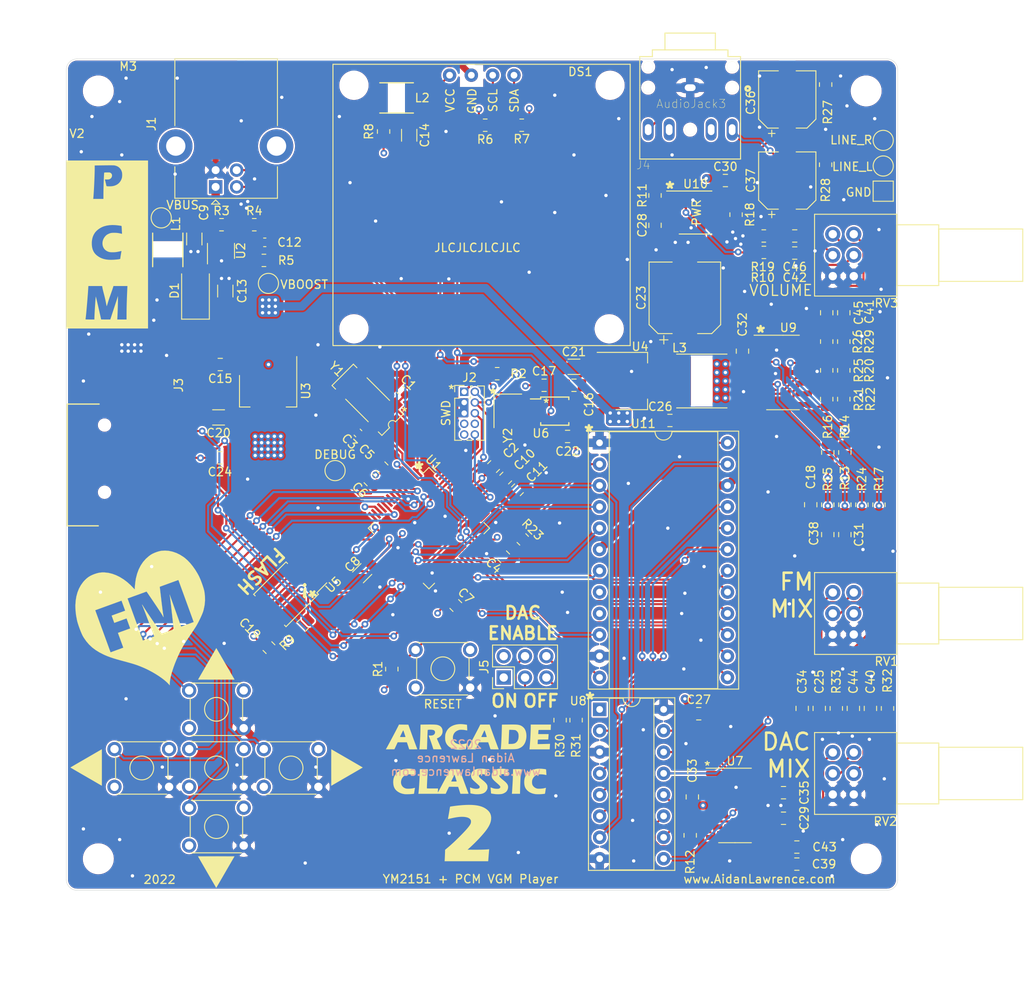
<source format=kicad_pcb>
(kicad_pcb (version 20211014) (generator pcbnew)
  (layers (0 "F.Cu" signal) (1 "In1.Cu" signal) (2 "In2.Cu" signal) (31 "B.Cu" signal) (34 "B.Paste" user) (35 "F.Paste" user) (36 "B.SilkS" user "B.Silkscreen") (37 "F.SilkS" user "F.Silkscreen") (38 "B.Mask" user) (39 "F.Mask" user) (44 "Edge.Cuts" user))
  (net 0 "")
  (net 1 "Net-(C1-Pad1)")
  (net 2 "GND")
  (net 3 "+3V3")
  (net 4 "Net-(C3-Pad1)")
  (net 5 "VBUS")
  (net 6 "VCC")
  (net 7 "Net-(C12-Pad2)")
  (net 8 "VBOOST")
  (net 9 "+5V")
  (net 10 "+5VA")
  (net 11 "Net-(C28-Pad1)")
  (net 12 "Net-(C31-Pad2)")
  (net 13 "Net-(C34-Pad1)")
  (net 14 "Net-(C35-Pad1)")
  (net 15 "Net-(C36-Pad1)")
  (net 16 "Net-(C36-Pad2)")
  (net 17 "Net-(C37-Pad2)")
  (net 18 "Net-(C37-Pad1)")
  (net 19 "Net-(C38-Pad1)")
  (net 20 "Net-(C39-Pad1)")
  (net 21 "Net-(C40-Pad2)")
  (net 22 "Net-(C41-Pad2)")
  (net 23 "+2V5")
  (net 24 "Net-(D1-Pad2)")
  (net 25 "NEOPIX")
  (net 26 "SDA")
  (net 27 "SCL")
  (net 28 "D-")
  (net 29 "D+")
  (net 30 "SWDIO")
  (net 31 "SWCLK")
  (net 32 "SWO")
  (net 33 "Net-(C25-Pad1)")
  (net 34 "Net-(C25-Pad2)")
  (net 35 "Net-(C29-Pad1)")
  (net 36 "RESET")
  (net 37 "Net-(C31-Pad1)")
  (net 38 "MISO")
  (net 39 "SCK")
  (net 40 "MOSI")
  (net 41 "SS")
  (net 42 "Net-(C34-Pad2)")
  (net 43 "Net-(L2-Pad2)")
  (net 44 "FLASH_CS")
  (net 45 "Net-(R10-Pad2)")
  (net 46 "Net-(R18-Pad2)")
  (net 47 "Net-(C38-Pad2)")
  (net 48 "Net-(C39-Pad2)")
  (net 49 "Net-(C40-Pad1)")
  (net 50 "Net-(C41-Pad1)")
  (net 51 "PREV_BTN")
  (net 52 "RND_BTN")
  (net 53 "MIX_L")
  (net 54 "Net-(C42-Pad2)")
  (net 55 "Net-(C43-Pad1)")
  (net 56 "Net-(C43-Pad2)")
  (net 57 "NEXT_BTN")
  (net 58 "OPT_BTN")
  (net 59 "Net-(R24-Pad2)")
  (net 60 "Net-(C44-Pad2)")
  (net 61 "Net-(C45-Pad1)")
  (net 62 "Net-(C45-Pad2)")
  (net 63 "SELECT_BTN")
  (net 64 "Net-(TP1-Pad1)")
  (net 65 "DAC0")
  (net 66 "RXLED")
  (net 67 "USB_HOSTEN")
  (net 68 "MIX_R")
  (net 69 "DAC1")
  (net 70 "Net-(C46-Pad2)")
  (net 71 "FLASH_IO0")
  (net 72 "FLASH_IO1")
  (net 73 "FLASH_IO2")
  (net 74 "FLASH_IO3")
  (net 75 "FLASH_SCK")
  (net 76 "YM_IC")
  (net 77 "YM_A0")
  (net 78 "YM_WR")
  (net 79 "D0")
  (net 80 "D1")
  (net 81 "D2")
  (net 82 "D3")
  (net 83 "YM_CS")
  (net 84 "D4")
  (net 85 "D5")
  (net 86 "D6")
  (net 87 "D7")
  (net 88 "TXLED")
  (net 90 "Net-(R12-Pad1)")
  (net 91 "Net-(U6-Pad2)")
  (net 92 "Net-(U6-Pad3)")
  (net 94 "YM_CLK")
  (net 95 "Net-(U7-Pad3)")
  (net 96 "Net-(C14-Pad2)")
  (net 98 "Net-(R3-Pad2)")
  (net 99 "YM_IRQ")
  (net 102 "Net-(J5-Pad5)")
  (net 103 "Net-(J5-Pad6)")
  (net 104 "Net-(R12-Pad2)")
  (net 105 "DAC_R")
  (net 106 "DAC_L")
  (net 107 "Net-(R20-Pad1)")
  (net 108 "Net-(R21-Pad2)")
  (net 109 "Net-(R25-Pad1)")
  (net 110 "Net-(R26-Pad2)")
  (net 132 "Net-(U7-Pad2)")
  (net 133 "Net-(U7-Pad5)")
  (net 134 "DAC_CLK")
  (net 135 "SO")
  (net 136 "SH2")
  (net 137 "SH1")
  (footprint "Capacitor_SMD:C_0603_1608Metric" (layer "F.Cu") (at 123.651992 81.351992 135)
    (fp_text reference "C1")
    (fp_text value "22pF")
  )
  (footprint "Capacitor_SMD:C_0805_2012Metric" (layer "F.Cu") (at 134.7 90.45 45)
    (fp_text reference "C2")
    (fp_text value "100nF")
  )
  (footprint "Capacitor_SMD:C_0603_1608Metric" (layer "F.Cu") (at 118.55 86.45 135)
    (fp_text reference "C3")
    (fp_text value "22pF")
  )
  (footprint "Capacitor_SMD:C_0805_2012Metric" (layer "F.Cu") (at 135.9 101.2 -45)
    (fp_text reference "C4")
    (fp_text value "100nF")
  )
  (footprint "Capacitor_SMD:C_0805_2012Metric" (layer "F.Cu") (at 121.418249 90.598249 135)
    (fp_text reference "C5")
    (fp_text value "100nF")
  )
  (footprint "Capacitor_SMD:C_0805_2012Metric" (layer "F.Cu") (at 119.978249 92.038249 135)
    (fp_text reference "C6")
    (fp_text value "100nF")
  )
  (footprint "Capacitor_SMD:C_0805_2012Metric" (layer "F.Cu") (at 130.2 107 -45)
    (fp_text reference "C7")
    (fp_text value "100nF")
  )
  (footprint "Capacitor_SMD:C_1206_3216Metric" (layer "F.Cu") (at 119.05 103.15 -135)
    (fp_text reference "C8")
    (fp_text value "10uF")
  )
  (footprint "Capacitor_SMD:C_1206_3216Metric" (layer "F.Cu") (at 99.06 63.35 -90)
    (fp_text reference "C9")
    (fp_text value "10uF")
  )
  (footprint "Capacitor_SMD:C_0805_2012Metric" (layer "F.Cu") (at 136.144 91.821 45)
    (fp_text reference "C10")
    (fp_text value "4.7uF")
  )
  (footprint "Capacitor_SMD:C_0805_2012Metric" (layer "F.Cu") (at 137.541 93.218 45)
    (fp_text reference "C11")
    (fp_text value "100nF")
  )
  (footprint "Capacitor_SMD:C_0603_1608Metric" (layer "F.Cu") (at 107.45 63.75 180)
    (fp_text reference "C12")
    (fp_text value "220pF")
  )
  (footprint "Capacitor_SMD:C_1206_3216Metric" (layer "F.Cu") (at 102.75 69.55 90)
    (fp_text reference "C13")
    (fp_text value "10uF")
  )
  (footprint "Capacitor_SMD:C_1206_3216Metric" (layer "F.Cu") (at 124.65 51 90)
    (fp_text reference "C14")
    (fp_text value "10uF")
  )
  (footprint "Capacitor_SMD:C_0805_2012Metric" (layer "F.Cu") (at 102.15 78.3 180)
    (fp_text reference "C15")
    (fp_text value "100nF")
  )
  (footprint "Capacitor_SMD:C_0805_2012Metric" (layer "F.Cu") (at 144.272 80.772 180)
    (fp_text reference "C16")
    (fp_text value "100nF")
  )
  (footprint "Capacitor_SMD:C_0805_2012Metric" (layer "F.Cu") (at 140.716 80.772)
    (fp_text reference "C17")
    (fp_text value "0.47uF")
  )
  (footprint "Capacitor_SMD:C_0805_2012Metric" (layer "F.Cu") (at 107.95 112.014 -45)
    (fp_text reference "C19")
    (fp_text value "100nF")
  )
  (footprint "Capacitor_SMD:C_1206_3216Metric" (layer "F.Cu") (at 101.95 84.6 180)
    (fp_text reference "C20")
    (fp_text value "10uF")
  )
  (footprint "Capacitor_SMD:C_1206_3216Metric" (layer "F.Cu") (at 144.27 78.57 180)
    (fp_text reference "C21")
    (fp_text value "10uF")
  )
  (footprint "Capacitor_SMD:C_0805_2012Metric" (layer "F.Cu") (at 143.51 86.868)
    (fp_text reference "C22")
    (fp_text value "0.47uF")
  )
  (footprint "Capacitor_SMD:CP_Elec_8x10" (layer "F.Cu") (at 157.48 70.358 90)
    (fp_text reference "C23")
    (fp_text value "330uF")
  )
  (footprint "Capacitor_SMD:C_0805_2012Metric" (layer "F.Cu") (at 102.108 89.408 180)
    (fp_text reference "C24")
    (fp_text value "100nF")
  )
  (footprint "Capacitor_SMD:C_0805_2012Metric" (layer "F.Cu") (at 153.924 61.722 -90)
    (fp_text reference "C28")
    (fp_text value "100nF")
  )
  (footprint "Capacitor_SMD:C_0805_2012Metric" (layer "F.Cu") (at 162.306 56.388)
    (fp_text reference "C30")
    (fp_text value "100nF")
  )
  (footprint "Capacitor_SMD:CP_Elec_6.3x7.7" (layer "F.Cu") (at 169.672 46.736 90)
    (fp_text reference "C36")
    (fp_text value "100uF")
  )
  (footprint "Capacitor_SMD:CP_Elec_6.3x7.7" (layer "F.Cu") (at 169.672 56.388 90)
    (fp_text reference "C37")
    (fp_text value "100uF")
  )
  (footprint "Diode_SMD:D_SMA" (layer "F.Cu") (at 99.2 69.5 90)
    (fp_text reference "D1")
    (fp_text value "SS34")
  )
  (footprint "custom_oled:oled_128x64" (layer "F.Cu") (at 115.57 42.545)
    (fp_text reference "DS1")
    (fp_text value "128x64_I2C_OLED")
  )
  (footprint "Connector_USB:USB_B_Lumberg_2411_02_Horizontal" (layer "F.Cu") (at 101.6 57.15 90)
    (fp_text reference "J1")
    (fp_text value "USB_B")
  )
  (footprint "Connector_PinHeader_1.27mm:PinHeader_2x05_P1.27mm_Vertical" (layer "F.Cu") (at 131.2 81.55)
    (fp_text reference "J2")
    (fp_text value "SWD")
  )
  (footprint "customMicroSD:SOFNG_TF_15x15_PUSH_PUSH" (layer "F.Cu") (at 98.425 92.71 90)
    (fp_text reference "J3")
    (fp_text value "Micro_SD_Card")
  )
  (footprint "Boom Precision Elec PJ-307C:SWITCHCRAFT_35RAPC4BHN2" (layer "F.Cu") (at 158.11 46.33 180)
    (fp_text reference "J4")
    (fp_text value "AudioJack3")
  )
  (footprint "custom_inductors:L_4x4" (layer "F.Cu") (at 95.9 66.15 90)
    (fp_text reference "L1")
    (fp_text value "10uH")
  )
  (footprint "custom_inductors:L_4x4" (layer "F.Cu") (at 124.65 46.55 180)
    (fp_text reference "L2")
    (fp_text value "10uH")
  )
  (footprint "custom_inductors:6x6Inductor" (layer "F.Cu") (at 161.798 80.264 180)
    (fp_text reference "L3")
    (fp_text value "100uH")
  )
  (footprint "Resistor_SMD:R_0805_2012Metric" (layer "F.Cu") (at 122.58 114.57 90)
    (fp_text reference "R1")
    (fp_text value "10K")
  )
  (footprint "Resistor_SMD:R_0805_2012Metric" (layer "F.Cu") (at 135.128 79.39)
    (fp_text reference "R2")
    (fp_text value "10K")
  )
  (footprint "Resistor_SMD:R_0805_2012Metric" (layer "F.Cu") (at 102.3 61.65)
    (fp_text reference "R3")
    (fp_text value "51K")
  )
  (footprint "Resistor_SMD:R_0805_2012Metric" (layer "F.Cu") (at 106.2 61.65)
    (fp_text reference "R4")
    (fp_text value "12K")
  )
  (footprint "Resistor_SMD:R_0805_2012Metric" (layer "F.Cu") (at 107.35 65.9 180)
    (fp_text reference "R5")
    (fp_text value "51K")
  )
  (footprint "Resistor_SMD:R_0805_2012Metric" (layer "F.Cu") (at 133.7 49.8)
    (fp_text reference "R6")
    (fp_text value "4.7K")
  )
  (footprint "Resistor_SMD:R_0805_2012Metric" (layer "F.Cu") (at 138.05 49.8 180)
    (fp_text reference "R7")
    (fp_text value "4.7K")
  )
  (footprint "Resistor_SMD:R_0805_2012Metric" (layer "F.Cu") (at 121.6 50.55 -90)
    (fp_text reference "R8")
    (fp_text value "4.7R")
  )
  (footprint "Resistor_SMD:R_0805_2012Metric" (layer "F.Cu") (at 111.97 109.35 45)
    (fp_text reference "R9")
    (fp_text value "10K")
  )
  (footprint "Resistor_SMD:R_0805_2012Metric" (layer "F.Cu") (at 166.888001 64.95 180)
    (fp_text reference "R10")
    (fp_text value "10K")
  )
  (footprint "Resistor_SMD:R_0805_2012Metric" (layer "F.Cu") (at 153.924 58.166 -90)
    (fp_text reference "R11")
    (fp_text value "15K")
  )
  (footprint "Resistor_SMD:R_0805_2012Metric" (layer "F.Cu") (at 163.576 60.452 -90)
    (fp_text reference "R18")
    (fp_text value "15K")
  )
  (footprint "Resistor_SMD:R_0805_2012Metric" (layer "F.Cu") (at 166.878 62.992)
    (fp_text reference "R19")
    (fp_text value "10K")
  )
  (footprint "Resistor_SMD:R_0805_2012Metric" (layer "F.Cu") (at 174.244 44.958 90)
    (fp_text reference "R27")
    (fp_text value "10K")
  )
  (footprint "Resistor_SMD:R_0805_2012Metric" (layer "F.Cu") (at 174.244 54.5065 90)
    (fp_text reference "R28")
    (fp_text value "10K")
  )
  (footprint "Button_Switch_THT:SW_TH_Tactile_Omron_B3F-10xx" (layer "F.Cu") (at 125.41 112.28)
    (fp_text reference "SW2" hide)
    (fp_text value "SW_Push_Dual")
  )
  (footprint "Button_Switch_THT:SW_TH_Tactile_Omron_B3F-10xx" (layer "F.Cu") (at 89.555 124.095)
    (fp_text reference "SW3" hide)
    (fp_text value "SW_Push_Dual")
  )
  (footprint "Button_Switch_THT:SW_TH_Tactile_Omron_B3F-10xx" (layer "F.Cu") (at 98.445 131.08)
    (fp_text reference "SW4" hide)
    (fp_text value "SW_Push_Dual")
  )
  (footprint "Button_Switch_THT:SW_TH_Tactile_Omron_B3F-10xx" (layer "F.Cu") (at 107.335 124.095)
    (fp_text reference "SW5" hide)
    (fp_text value "SW_Push_Dual")
  )
  (footprint "Button_Switch_THT:SW_TH_Tactile_Omron_B3F-10xx" (layer "F.Cu") (at 98.445 117.11)
    (fp_text reference "SW6" hide)
    (fp_text value "SW_Push_Dual")
  )
  (footprint "Button_Switch_THT:SW_TH_Tactile_Omron_B3F-10xx" (layer "F.Cu") (at 98.45 124.09)
    (fp_text reference "SW7" hide)
    (fp_text value "SW_Push_Dual")
  )
  (footprint "TestPoint:TestPoint_Pad_D2.0mm" (layer "F.Cu") (at 115.824 90.932)
    (fp_text reference "TP1" hide)
    (fp_text value "DEBUG")
  )
  (footprint "TestPoint:TestPoint_Pad_D2.0mm" (layer "F.Cu") (at 107.8865 68.6435)
    (fp_text reference "TP4" hide)
    (fp_text value "VBOOST")
  )
  (footprint "TestPoint:TestPoint_Pad_D2.0mm" (layer "F.Cu") (at 95.123 60.833)
    (fp_text reference "TP5" hide)
    (fp_text value "VBUS")
  )
  (footprint "Package_QFP:TQFP-64_10x10mm_P0.5mm" (layer "F.Cu") (at 127 97.79 -45)
    (fp_text reference "U1")
    (fp_text value "ATSAMD51J19A-A")
  )
  (footprint "Package_TO_SOT_SMD:SOT-23-5" (layer "F.Cu") (at 102.235 64.77 90)
    (fp_text reference "U2")
    (fp_text value "LM2733XMF")
  )
  (footprint "Package_TO_SOT_SMD:SOT-223-3_TabPin2" (layer "F.Cu") (at 107.85 81.45 -90)
    (fp_text reference "U3")
    (fp_text value "LD1117S33TR_SOT223")
  )
  (footprint "Package_TO_SOT_SMD:SOT-223-3_TabPin2" (layer "F.Cu") (at 151.13 80.264)
    (fp_text reference "U4")
    (fp_text value "LD1117S50TR_SOT223")
  )
  (footprint "Package_SO:SOIC-8_5.23x5.23mm_P1.27mm" (layer "F.Cu") (at 109.982 105.664 -135)
    (fp_text reference "U5")
    (fp_text value "W25Q32JVSS")
  )
  (footprint "Package_SO:MSOP-10_3x3mm_P0.5mm" (layer "F.Cu") (at 141.986 83.85)
    (fp_text reference "U6")
    (fp_text value "Si5351A-B-GT")
  )
  (footprint "Package_SO:SOIC-8_3.9x4.9mm_P1.27mm" (layer "F.Cu") (at 158.75 60.198)
    (fp_text reference "U10")
    (fp_text value "TPA6111A2DR")
  )
  (footprint "Crystal:Crystal_SMD_SeikoEpson_MC306-4Pin_8.0x3.2mm" (layer "F.Cu") (at 119.7 82.5 135)
    (fp_text reference "Y1")
    (fp_text value "32.768KHz")
  )
  (footprint "Crystal:Crystal_SMD_3225-4Pin_3.2x2.5mm" (layer "F.Cu") (at 136.398 83.82 -90)
    (fp_text reference "Y2")
    (fp_text value "25MHz")
  )
  (footprint "MountingHole:MountingHole_3.2mm_M3" (layer "F.Cu") (at 87.63 45.72)
    (fp_text reference "H1" hide)
    (fp_text value "MountingHole")
  )
  (footprint "MountingHole:MountingHole_3.2mm_M3" (layer "F.Cu") (at 179.07 45.72)
    (fp_text reference "H2" hide)
    (fp_text value "MountingHole")
  )
  (footprint "MountingHole:MountingHole_3.2mm_M3" (layer "F.Cu") (at 87.63 137.16)
    (fp_text reference "H3" hide)
    (fp_text value "MountingHole")
  )
  (footprint "MountingHole:MountingHole_3.2mm_M3" (layer "F.Cu") (at 179.07 137.16)
    (fp_text reference "H4" hide)
    (fp_text value "MountingHole")
  )
  (footprint "TestPoint:TestPoint_Pad_2.0x2.0mm" (layer "F.Cu") (at 181.102 57.658)
    (fp_text reference "TP6" hide)
    (fp_text value "TestPoint")
  )
  (footprint "Art:logo_2" (layer "F.Cu") (at 93.472 109.22 20)
    (fp_text reference "G***" hide)
    (fp_text value "LOGO" hide)
  )
  (footprint "Resistor_SMD:R_0805_2012Metric" (layer "F.Cu") (at 138.176 99.1235 -45)
    (fp_text reference "R23")
    (fp_text value "10K")
  )
  (footprint "Art:triangle" (layer "F.Cu") (at 101.68 113.94)
    (fp_text reference "G***" hide)
    (fp_text value "LOGO" hide)
  )
  (footprint "Art:triangle" (layer "F.Cu") (at 101.67 138.75 180)
    (fp_text reference "G***" hide)
    (fp_text value "LOGO" hide)
  )
  (footprint "Art:triangle" (layer "F.Cu") (at 117.25 126.29 -90)
    (fp_text reference "G***" hide)
    (fp_text value "LOGO" hide)
  )
  (footprint "Art:triangle" (layer "F.Cu") (at 86.17 126.29 90)
    (fp_text reference "G***" hide)
    (fp_text value "LOGO" hide)
  )
  (footprint "Capacitor_SMD:C_0805_2012Metric" (layer "F.Cu") (at 172.466 94.996 -90)
    (fp_text reference "C18")
    (fp_text value "100nF")
  )
  (footprint "Package_SO:SOIC-14_3.9x8.7mm_P1.27mm" (layer "F.Cu") (at 163.449 130.81)
    (fp_text reference "U7")
    (fp_text value "MCP6004")
  )
  (footprint "Capacitor_SMD:C_0805_2012Metric" (layer "F.Cu") (at 173.482 119.253 -90)
    (fp_text reference "C25")
    (fp_text value "1uF")
  )
  (footprint "Art:ArcadeClassicLogo" (layer "F.Cu") (at 131.775948 127.977583)
    (fp_text reference "G***" hide)
    (fp_text value "LOGO" hide)
  )
  (footprint "Resistor_SMD:R_0805_2012Metric" (layer "F.Cu") (at 175.514 119.253 -90)
    (fp_text reference "R33")
    (fp_text value "2M")
  )
  (footprint "Resistor_SMD:R_0805_2012Metric" (layer "F.Cu") (at 174.498 88.773 90)
    (fp_text reference "R16")
    (fp_text value "10K")
  )
  (footprint "Resistor_SMD:R_0805_2012Metric" (layer "F.Cu") (at 176.53 94.996 -90)
    (fp_text reference "R13")
    (fp_text value "1M")
  )
  (footprint "Resistor_SMD:R_0805_2012Metric" (layer "F.Cu") (at 176.403 82.423 90)
    (fp_text reference "R22")
    (fp_text value "10K")
  )
  (footprint "Resistor_SMD:R_0805_2012Metric" (layer "F.Cu") (at 176.403 75.565 -90)
    (fp_text reference "R29")
    (fp_text value "10K")
  )
  (footprint "Resistor_SMD:R_0805_2012Metric" (layer "F.Cu") (at 176.403 78.994 90)
    (fp_text reference "R20")
    (fp_text value "10K")
  )
  (footprint "Capacitor_SMD:C_0805_2012Metric" (layer "F.Cu") (at 174.371 72.136 -90)
    (fp_text reference "C45")
    (fp_text value "1uF")
  )
  (footprint "Capacitor_SMD:C_0805_2012Metric" (layer "F.Cu") (at 164.338 76.708 -90)
    (fp_text reference "C32")
    (fp_text value "100nF")
  )
  (footprint "Potentiometer_THT:Potentiometer_Alps_RK097_Dual_Horizontal" (layer "F.Cu") (at 177.593 67.778)
    (fp_text reference "RV3")
    (fp_text value "10K")
  )
  (footprint "Potentiometer_THT:Potentiometer_Alps_RK097_Dual_Horizontal" (layer "F.Cu") (at 177.595001 129.5)
    (fp_text reference "RV2")
    (fp_text value "10K")
  )
  (footprint "Capacitor_SMD:C_0805_2012Metric" (layer "F.Cu") (at 170.815 135.763 180)
    (fp_text reference "C43")
    (fp_text value "1uF")
  )
  (footprint "Potentiometer_THT:Potentiometer_Alps_RK097_Dual_Horizontal" (layer "F.Cu") (at 177.595001 110.45)
    (fp_text reference "RV1")
    (fp_text value "10K")
  )
  (footprint "Capacitor_SMD:C_0805_2012Metric" (layer "F.Cu") (at 176.53 98.552 -90)
    (fp_text reference "C31")
    (fp_text value "1uF")
  )
  (footprint "Connector_PinHeader_2.54mm:PinHeader_2x03_P2.54mm_Vertical" (layer "F.Cu") (at 135.905 115.575 90)
    (fp_text reference "J5")
    (fp_text value "DAC_Enable")
  )
  (footprint "Capacitor_SMD:C_0805_2012Metric" (layer "F.Cu") (at 174.498 98.552 -90)
    (fp_text reference "C38")
    (fp_text value "1uF")
  )
  (footprint "Resistor_SMD:R_0805_2012Metric" (layer "F.Cu") (at 180.594 94.996 -90)
    (fp_text reference "R17")
    (fp_text value "1M")
  )
  (footprint "Resistor_SMD:R_0805_2012Metric" (layer "F.Cu") (at 178.562 94.996 -90)
    (fp_text reference "R24")
    (fp_text value "1M")
  )
  (footprint "Resistor_SMD:R_0805_2012Metric" (layer "F.Cu") (at 174.371 78.994 90)
    (fp_text reference "R25")
    (fp_text value "10K")
  )
  (footprint "Resistor_SMD:R_0805_2012Metric" (layer "F.Cu") (at 174.371 82.423 90)
    (fp_text reference "R21")
    (fp_text value "10K")
  )
  (footprint "Resistor_SMD:R_0805_2012Metric" (layer "F.Cu") (at 158.115 134.366 -90)
    (fp_text reference "R12")
    (fp_text value "100R")
  )
  (footprint "Package_SO:SOIC-14_3.9x8.7mm_P1.27mm" (layer "F.Cu") (at 169.164 79.248)
    (fp_text reference "U9")
    (fp_text value "MCP6004")
  )
  (footprint "Capacitor_SMD:C_0805_2012Metric" (layer "F.Cu") (at 176.403 72.136 -90)
    (fp_text reference "C41")
    (fp_text value "1uF")
  )
  (footprint "Resistor_SMD:R_0805_2012Metric" (layer "F.Cu") (at 181.61 119.253 -90)
    (fp_text reference "R32")
    (fp_text value "2M")
  )
  (footprint "Capacitor_SMD:C_0805_2012Metric" (layer "F.Cu") (at 171.45 119.253 -90)
    (fp_text reference "C34")
    (fp_text value "1uF")
  )
  (footprint "Capacitor_SMD:C_0805_2012Metric" (layer "F.Cu") (at 169.225 132.334)
    (fp_text reference "C29")
    (fp_text value "3.3nF")
  )
  (footprint "Capacitor_SMD:C_0805_2012Metric" (layer "F.Cu") (at 159.131 119.888)
    (fp_text reference "C27")
    (fp_text value "100nF")
  )
  (footprint "Resistor_SMD:R_0805_2012Metric" (layer "F.Cu") (at 142.621 120.65 -90)
    (fp_text reference "R30")
    (fp_text value "10K")
  )
  (footprint "Capacitor_SMD:C_0805_2012Metric" (layer "F.Cu") (at 169.225 129.286)
    (fp_text reference "C35")
    (fp_text value "3.3nF")
  )
  (footprint "Capacitor_SMD:C_0805_2012Metric" (layer "F.Cu") (at 155.702 84.963 180)
    (fp_text reference "C26")
    (fp_text value "100nF")
  )
  (footprint "TestPoint:TestPoint_Pad_D2.0mm" (layer "F.Cu") (at 181.102 51.61 180)
    (fp_text reference "TP3" hide)
    (fp_text value "LINE_R")
  )
  (footprint "Resistor_SMD:R_0805_2012Metric" (layer "F.Cu") (at 176.53 88.773 90)
    (fp_text reference "R14")
    (fp_text value "10K")
  )
  (footprint "Capacitor_SMD:C_0805_2012Metric" (layer "F.Cu") (at 170.561 65.024)
    (fp_text reference "C42")
    (fp_text value "1uF")
  )
  (footprint "Art:PCM_Logo_Mask" (layer "F.Cu") (at 88.646 64.008)
    (fp_text reference "G***" hide)
    (fp_text value "LOGO" hide)
  )
  (footprint "Package_DIP:DIP-24_W15.24mm_Socket" (layer "F.Cu") (at 147.315 87.625)
    (fp_text reference "U11")
    (fp_text value "YM2151")
  )
  (footprint "Capacitor_SMD:C_0805_2012Metric" (layer "F.Cu") (at 179.578 119.253 -90)
    (fp_text reference "C40")
    (fp_text value "1uF")
  )
  (footprint "Resistor_SMD:R_0805_2012Metric" (layer "F.Cu") (at 144.526 120.65 -90)
    (fp_text reference "R31")
    (fp_text value "10K")
  )
  (footprint "Resistor_SMD:R_0805_2012Metric" (layer "F.Cu") (at 174.498 94.996 -90)
    (fp_text reference "R15")
    (fp_text value "1M")
  )
  (footprint "Capacitor_SMD:C_0805_2012Metric" (layer "F.Cu") (at 177.546 119.253 -90)
    (fp_text reference "C44")
    (fp_text value "1uF")
  )
  (footprint "Resistor_SMD:R_0805_2012Metric" (layer "F.Cu") (at 174.371 75.565 -90)
    (fp_text reference "R26")
    (fp_text value "10K")
  )
  (footprint "Capacitor_SMD:C_0805_2012Metric" (layer "F.Cu") (at 158.369 129.794 90)
    (fp_text reference "C33")
    (fp_text value "100nF")
  )
  (footprint "Capacitor_SMD:C_0805_2012Metric" (layer "F.Cu") (at 170.561 62.992)
    (fp_text reference "C46")
    (fp_text value "1uF")
  )
  (footprint "Capacitor_SMD:C_0805_2012Metric" (layer "F.Cu") (at 170.815 137.795 180)
    (fp_text reference "C39")
    (fp_text value "1uF")
  )
  (footprint "TestPoint:TestPoint_Pad_D2.0mm" (layer "F.Cu") (at 181.102 54.658 180)
    (fp_text reference "TP2" hide)
    (fp_text value "LINE_L")
  )
  (footprint "Package_DIP:DIP-16_W7.62mm_Socket" (layer "F.Cu") (at 147.33 119.37)
    (fp_text reference "U8")
    (fp_text value "YM3012")
  )
  (gr_arc (start 181.55 41.91) (mid 182.448026 42.281974) (end 182.82 43.18) (layer "Edge.Cuts") (width 0.05))
  (gr_arc (start 182.82 139.64) (mid 182.448026 140.538026) (end 181.55 140.91) (layer "Edge.Cuts") (width 0.05))
  (gr_arc (start 85.09 140.91) (mid 84.191974 140.538026) (end 83.82 139.64) (layer "Edge.Cuts") (width 0.05))
  (gr_line (start 83.82 139.64) (end 83.82 43.18) (layer "Edge.Cuts") (width 0.05))
  (gr_line (start 85.09 41.91) (end 181.55 41.91) (layer "Edge.Cuts") (width 0.05))
  (gr_line (start 182.82 43.18) (end 182.82 139.64) (layer "Edge.Cuts") (width 0.05))
  (gr_line (start 181.55 140.91) (end 85.09 140.91) (layer "Edge.Cuts") (width 0.05))
  (gr_arc (start 83.82 43.18) (mid 84.191974 42.281974) (end 85.09 41.91) (layer "Edge.Cuts") (width 0.05))
  (gr_text "2022\nAidan Lawrence\nwww.aidanlawrence.com" (at 131.3815 125.1585) (layer "B.SilkS") (effects (font (size 1 1)) (justify mirror)))
  (gr_text "www.AidanLawrence.com" (at 166.37 139.573) (layer "F.SilkS") (effects (font (size 1 1))))
  (gr_text "*" (at 146.177 118.237) (layer "F.SilkS") (effects (font (size 1.5 1.5) (thickness 0.3))))
  (gr_text "YM2151 + PCM VGM Player" (at 131.953 139.573) (layer "F.SilkS") (effects (font (size 1 1))))
  (gr_text "*" (at 140.97 82.931) (layer "F.SilkS") (effects (font (size 1 1))))
  (gr_text "LINE_L" (at 177.419 54.737) (layer "F.SilkS") (effects (font (size 1 1))))
  (gr_text "DAC\nMIX" (at 172.593 124.841) (layer "F.SilkS") (effects (font (size 2 2) (thickness 0.3)) (justify right)))
  (gr_text "*" (at 129.667 81.28) (layer "F.SilkS") (effects (font (size 1 1))))
  (gr_text "VBUS" (at 97.663 59.309) (layer "F.SilkS") (effects (font (size 1 1))))
  (gr_text "JLCJLCJLCJLC" (at 132.7785 64.389) (layer "F.SilkS") (effects (font (size 1 1))))
  (gr_text "M3" (at 91.186 42.799) (layer "F.SilkS") (effects (font (size 1 1))))
  (gr_text "*" (at 125.83 90.78) (layer "F.SilkS") (effects (font (size 1.5 1.5) (thickness 0.3))))
  (gr_text "VOLUME" (at 168.91 69.469) (layer "F.SilkS") (effects (font (size 1.3 1.3))))
  (gr_text "FLASH" (at 106.99 102.88 225) (layer "F.SilkS") (effects (font (size 1.5 1.5) (thickness 0.3))))
  (gr_text "RESET" (at 128.651 118.745) (layer "F.SilkS") (effects (font (size 1 1))))
  (gr_text "LINE_R" (at 177.292 51.562) (layer "F.SilkS") (effects (font (size 1 1))))
  (gr_text "*!" (at 112.776 105.156 180) (layer "F.SilkS") (effects (font (size 1.5 1.5) (thickness 0.3))))
  (gr_text "2022" (at 94.9325 139.6365) (layer "F.SilkS") (effects (font (size 1 1))))
  (gr_text "ON" (at 136.017 118.364) (layer "F.SilkS") (effects (font (size 1.5 1.5) (thickness 0.3))))
  (gr_text "OFF" (at 140.335 118.364) (layer "F.SilkS") (effects (font (size 1.5 1.5) (thickness 0.3))))
  (gr_text "FM\nMIX" (at 172.974 105.791) (layer "F.SilkS") (effects (font (size 2 2) (thickness 0.3)) (justify right)))
  (gr_text "VBOOST" (at 112.141 68.7705) (layer "F.SilkS") (effects (font (size 1 1))))
  (gr_text "DAC\nENABLE" (at 138.176 109.093) (layer "F.SilkS") (effects (font (size 1.5 1.5) (thickness 0.3))))
  (gr_text "SWD" (at 129.032 84.074 90) (layer "F.SilkS") (effects (font (size 1 1))))
  (gr_text "DEBUG" (at 115.824 89.027) (layer "F.SilkS") (effects (font (size 1 1))))
  (gr_text "*" (at 160.147 126.111) (layer "F.SilkS") (effects (font (size 1 1))))
  (gr_text "V2" (at 85.09 50.8) (layer "F.SilkS") (effects (font (size 1 1))))
  (gr_text "*" (at 155.702 57.404) (layer "F.SilkS") (effects (font (size 1.5 1.5) (thickness 0.3))))
  (gr_text "PWR" (at 158.877 60.198 90) (layer "F.SilkS") (effects (font (size 1 1))))
  (gr_text "*" (at 124.079 83.947) (layer "F.SilkS") (effects (font (size 1 1))))
  (gr_text "*" (at 134.62 81.788) (layer "F.SilkS") (effects (font (size 1 1) (thickness 0.25))))
  (gr_text "*" (at 166.497 74.549) (layer "F.SilkS") (effects (font (size 1.5 1.5) (thickness 0.3))))
  (gr_text "*" (at 146.05 86.36) (layer "F.SilkS") (effects (font (size 1.5 1.5) (thickness 0.3))))
  (gr_text "GND" (at 178.181 57.785) (layer "F.SilkS") (effects (font (size 1 1))))
  (segment (start 125.647658 91.134357) (end 125.647658 86.184917) (width 0.25) (layer "F.Cu") (net 1))
  (segment (start 122.786827 83.313173) (end 124.2 81.9) (width 0.25) (layer "F.Cu") (net 1))
  (segment (start 125.647658 86.184917) (end 122.775914 83.313173) (width 0.25) (layer "F.Cu") (net 1))
  (segment (start 122.775914 83.313173) (end 122.786827 83.313173) (width 0.25) (layer "F.Cu") (net 1))
  (segment (start 130.725 42.52) (end 105.38 42.52) (width 0.75) (layer "F.Cu") (net 2))
  (segment (start 104.63 59.2) (end 104.63 60.9925) (width 0.8) (layer "F.Cu") (net 2))
  (segment (start 105.16 42.52) (end 101.68 46) (width 0.75) (layer "F.Cu") (net 2))
  (segment (start 105.28 61.6425) (end 105.2875 61.65) (width 0.25) (layer "F.Cu") (net 2))
  (segment (start 134.918702 101.871751) (end 136.571751 101.871751) (width 0.25) (layer "F.Cu") (net 2))
  (segment (start 101.68 46) (end 101.6 46) (width 0.25) (layer "F.Cu") (net 2))
  (segment (start 128.352342 104.690558) (end 127.779253 105.263647) (width 0.25) (layer "F.Cu") (net 2))
  (segment (start 123.526338 93.255678) (end 124.53 94.25934) (width 0.25) (layer "F.Cu") (net 2))
  (segment (start 122.112124 100.910109) (end 122.909431 100.112802) (width 0.25) (layer "F.Cu") (net 2))
  (segment (start 133.868224 100.821273) (end 134.918702 101.871751) (width 0.25) (layer "F.Cu") (net 2))
  (segment (start 128.352342 104.445643) (end 128.352342 104.690558) (width 0.25) (layer "F.Cu") (net 2))
  (segment (start 105.38 42.52) (end 105.23 42.37) (width 0.25) (layer "F.Cu") (net 2))
  (segment (start 133.870037 100.81946) (end 133.868224 100.821273) (width 0.25) (layer "F.Cu") (net 2))
  (segment (start 124.53 94.25934) (end 124.53 94.32) (width 0.25) (layer "F.Cu") (net 2))
  (segment (start 132.05 43.845) (end 130.725 42.52) (width 0.75) (layer "F.Cu") (net 2))
  (segment (start 165.924 130.81) (end 167.386 130.81) (width 0.25) (layer "F.Cu") (net 2))
  (segment (start 117.95 104.25) (end 118.007017 104.192983) (width 0.25) (layer "F.Cu") (net 2))
  (segment (start 105.38 42.52) (end 105.16 42.52) (width 0.75) (layer "F.Cu") (net 2))
  (segment (start 133.870037 100.063843) (end 133.870037 100.81946) (width 0.25) (layer "F.Cu") (net 2))
  (segment (start 105.28 59.68) (end 105.28 61.6425) (width 0.25) (layer "F.Cu") (net 2))
  (segment (start 115.93 104.25) (end 117.95 104.25) (width 0.25) (layer "F.Cu") (net 2))
  (segment (start 104.63 60.9925) (end 105.2875 61.65) (width 0.25) (layer "F.Cu") (net 2))
  (segment (start 133.302089 99.495895) (end 133.870037 100.063843) (width 0.25) (layer "F.Cu") (net 2))
  (segment (start 101.6 46) (end 101.6 55.15) (width 0.75) (layer "F.Cu") (net 2))
  (segment (start 122.909431 100.112802) (end 123.317198 100.112802) (width 0.25) (layer "F.Cu") (net 2))
  (segment (start 122.112124 100.910109) (end 122.116301 100.910109) (width 0.25) (layer "F.Cu") (net 2))
  (via (at 150.622 65.786) (size 0.8) (drill 0.4) (layers "F.Cu" "B.Cu") (net 2))
  (via (at 99.5 64.85) (size 0.8) (drill 0.4) (layers "F.Cu" "B.Cu") (net 2))
  (via (at 149.606 49.022) (size 0.8) (drill 0.4) (layers "F.Cu" "B.Cu") (net 2))
  (via (at 157.861 63.754) (size 0.8) (drill 0.4) (layers "F.Cu" "B.Cu") (net 2))
  (via (at 90.932 44.196) (size 0.8) (drill 0.4) (layers "F.Cu" "B.Cu") (net 2))
  (via (at 172.72 114.935) (size 0.8) (drill 0.4) (layers "F.Cu" "B.Cu") (net 2))
  (via (at 138.938 67.31) (size 0.8) (drill 0.4) (layers "F.Cu" "B.Cu") (net 2))
  (via (at 123.698 68.072) (size 0.8) (drill 0.4) (layers "F.Cu" "B.Cu") (net 2))
  (via (at 163.576 128.651) (size 0.8) (drill 0.4) (layers "F.Cu" "B.Cu") (net 2))
  (via (at 180.086 49.022) (size 0.8) (drill 0.4) (layers "F.Cu" "B.Cu") (net 2))
  (via (at 135.636 58.928) (size 0.8) (drill 0.4) (layers "F.Cu" "B.Cu") (net 2))
  (via (at 159.766 102.362) (size 0.8) (drill 0.4) (layers "F.Cu" "B.Cu") (net 2))
  (via (at 94.615 70.612) (size 0.8) (drill 0.4) (layers "F.Cu" "B.Cu") (net 2))
  (via (at 124.53 94.32) (size 0.8) (drill 0.4) (layers "F.Cu" "B.Cu") (net 2))
  (via (at 104.14 125.984) (size 0.8) (drill 0.4) (layers "F.Cu" "B.Cu") (net 2))
  (via (at 117.602 56.642) (size 0.8) (drill 0.4) (layers "F.Cu" "B.Cu") (net 2))
  (via (at 155.448 97.79) (size 0.8) (drill 0.4) (layers "F.Cu" "B.Cu") (net 2))
  (via (at 127.779253 105.263647) (size 0.8) (drill 0.4) (layers "F.Cu" "B.Cu") (net 2))
  (via (at 113.792 95.377) (size 0.8) (drill 0.4) (layers "F.Cu" "B.Cu") (net 2))
  (via (at 122.702802 108.092802) (size 0.8) (drill 0.4) (layers "F.Cu" "B.Cu") (net 2))
  (via (at 113.792 75.946) (size 0.8) (drill 0.4) (layers "F.Cu" "B.Cu") (net 2))
  (via (at 164.14 63.97) (size 0.8) (drill 0.4) (layers "F.Cu" "B.Cu") (net 2))
  (via (at 102.3 65.95) (size 0.8) (drill 0.4) (layers "F.Cu" "B.Cu") (net 2))
  (via (at 160.02 42.926) (size 0.8) (drill 0.4) (layers "F.Cu" "B.Cu") (net 2))
  (via (at 142.113 129.667) (size 0.8) (drill 0.4) (layers "F.Cu" "B.Cu") (net 2))
  (via (at 95.25 126.238) (size 0.8) (drill 0.4) (layers "F.Cu" "B.Cu") (net 2))
  (via (at 123.317198 100.112802) (size 0.8) (drill 0.4) (layers "F.Cu" "B.Cu") (net 2))
  (via (at 106.2355 56.1975) (size 0.8) (drill 0.4) (layers "F.Cu" "B.Cu") (net 2))
  (via (at 104.63 59.2) (size 0.8) (drill 0.4) (layers "F.Cu" "B.Cu") (net 2))
  (via (at 141.986 46.228) (size 0.8) (drill 0.4) (layers "F.Cu" "B.Cu") (net 2))
  (via (at 115.93 104.25) (size 0.8) (drill 0.4) (layers "F.Cu" "B.Cu") (net 2))
  (via (at 166.37 43.942) (size 0.8) (drill 0.4) (layers "F.Cu" "B.Cu") (net 2))
  (via (at 134.239 125.349) (size 0.8) (drill 0.4) (layers "F.Cu" "B.Cu") (net 2))
  (via (at 179.705 115.443) (size 0.8) (drill 0.4) (layers "F.Cu" "B.Cu") (net 2))
  (via (at 85.852 80.264) (size 0.8) (drill 0.4) (layers "F.Cu" "B.Cu") (net 2))
  (via (at 181.229 127.635) (size 0.8) (drill 0.4) (layers "F.Cu" "B.Cu") (net 2))
  (via (at 164.465 81.534) (size 0.8) (drill 0.4) (layers "F.Cu" "B.Cu") (net 2))
  (via (at 97.8 111.28) (size 0.8) (drill 0.4) (layers "F.Cu" "B.Cu") (net 2))
  (via (at 91.186 76.708) (size 0.8) (drill 0.4) (layers "F.Cu" "B.Cu") (net 2))
  (via (at 109.474 46.482) (size 0.8) (drill 0.4) (layers "F.Cu" "B.Cu") (net 2))
  (via (at 158.436011 58.711076) (size 0.8) (drill 0.4) (layers "F.Cu" "B.Cu") (net 2))
  (via (at 151.257 132.588) (size 0.8) (drill 0.4) (layers "F.Cu" "B.Cu") (net 2))
  (via (at 91.948 76.708) (size 0.8) (drill 0.4) (layers "F.Cu" "B.Cu") (net 2))
  (via (at 94.234 73.025) (size 0.8) (drill 0.4) (layers "F.Cu" "B.Cu") (net 2))
  (via (at 179.451 122.936) (size 0.8) (drill 0.4) (layers "F.Cu" "B.Cu") (net 2))
  (via (at 172.466 57.15) (size 0.8) (drill 0.4) (layers "F.Cu" "B.Cu") (net 2))
  (via (at 166.116 56.642) (size 0.8) (drill 0.4) (layers "F.Cu" "B.Cu") (net 2))
  (via (at 104.648 49.276) (size 0.8) (drill 0.4) (layers "F.Cu" "B.Cu") (net 2))
  (via (at 180.594 88.138) (size 0.8) (drill 0.4) (layers "F.Cu" "B.Cu") (net 2))
  (via (at 116.332 48.768) (size 0.8) (drill 0.4) (layers "F.Cu" "B.Cu") (net 2))
  (via (at 168.402 86.868) (size 0.8) (drill 0.4) (layers "F.Cu" "B.Cu") (net 2))
  (via (at 157.099 107.95) (size 0.8) (drill 0.4) (layers "F.Cu" "B.Cu") (net 2))
  (via (at 128.9245 96.37) (size 0.8) (drill 0.4) (layers "F.Cu" "B.Cu") (net 2))
  (via (at 103.2 68.05) (size 0.8) (drill 0.4) (layers "F.Cu" "B.Cu") (net 2))
  (via (at 92.71 76.708) (size 0.8) (drill 0.4) (layers "F.Cu" "B.Cu") (net 2))
  (via (at 162.814 137.414) (size 0.8) (drill 0.4) (layers "F.Cu" "B.Cu") (net 2))
  (via (at 148.082 58.166) (size 0.8) (drill 0.4) (layers "F.Cu" "B.Cu") (net 2))
  (via (at 152.654 84.709) (size 0.8) (drill 0.4) (layers "F.Cu" "B.Cu") (net 2))
  (via (at 90.424 75.946) (size 0.8) (drill 0.4) (layers "F.Cu" "B.Cu") (net 2))
  (via (at 154.051 64.643) (size 0.8) (drill 0.4) (layers "F.Cu" "B.Cu") (net 2))
  (via (at 163.51 63.3) (size 0.8) (drill 0.4) (layers "F.Cu" "B.Cu") (net 2))
  (via (at 180.34 133.096) (size 0.8) (drill 0.4) (layers "F.Cu" "B.Cu") (net 2))
  (via (at 152.527 121.793) (size 0.8) (drill 0.4) (layers "F.Cu" "B.Cu") (net 2))
  (via (at 98.65 64.85) (size 0.8) (drill 0.4) (layers "F.Cu" "B.Cu") (net 2))
  (via (at 168.275 79.375) (size 0.8) (drill 0.4) (layers "F.Cu" "B.Cu") (net 2))
  (via (at 156.337 63.754) (size 0.8) (drill 0.4) (layers "F.Cu" "B.Cu") (net 2))
  (via (at 176.022 43.942) (size 0.8) (drill 0.4) (layers "F.Cu" "B.Cu") (net 2))
  (via (at 166.37 50.038) (size 0.8) (drill 0.4) (layers "F.Cu" "B.Cu") (net 2))
  (via (at 121.158 76.2) (size 0.8) (drill 0.4) (layers "F.Cu" "B.Cu") (net 2))
  (via (at 134.874 120.142) (size 0.8) (drill 0.4) (layers "F.Cu" "B.Cu") (net 2))
  (via (at 167.767 71.12) (size 0.8) (drill 0.4) (layers "F.Cu" "B.Cu") (net 2))
  (via (at 176.276 134.874) (size 0.8) (drill 0.4) (layers "F.Cu" "B.Cu") (net 2))
  (via (at 86.868 48.768) (size 0.8) (drill 0.4) (layers "F.Cu" "B.Cu") (net 2))
  (via (at 113.538 126.238) (size 0.8) (drill 0.4) (layers "F.Cu" "B.Cu") (net 2))
  (via (at 113.538 84.328) (size 0.8) (drill 0.4) (layers "F.Cu" "B.Cu") (net 2))
  (via (at 123.063 125.476) (size 0.8) (drill 0.4) (layers "F.Cu" "B.Cu") (net 2))
  (via (at 120.65 61.214) (size 0.8) (drill 0.4) (layers "F.Cu" "B.Cu") (net 2))
  (via (at 90.17 46.99) (size 0.8) (drill 0.4) (layers "F.Cu" "B.Cu") (net 2))
  (via (at 162.49 63.7) (size 0.8) (drill 0.4) (layers "F.Cu" "B.Cu") (net 2))
  (via (at 170.561 101.092) (size 0.8) (drill 0.4) (layers "F.Cu" "B.Cu") (net 2))
  (via (at 157.353 114.554) (size 0.8) (drill 0.4) (layers "F.Cu" "B.Cu") (net 2))
  (via (at 175.006 139.192) (size 0.8) (drill 0.4) (layers "F.Cu" "B.Cu") (net 2))
  (via (at 180.594 62.23) (size 0.8) (drill 0.4) (layers "F.Cu" "B.Cu") (net 2))
  (via (at 105.28 59.68) (size 0.8) (drill 0.4) (layers "F.Cu" "B.Cu") (net 2))
  (via (at 171.958 71.628) (size 0.8) (drill 0.4) (layers "F.Cu" "B.Cu") (net 2))
  (via (at 133.868224 100.821273) (size 0.8) (drill 0.4) (layers "F.Cu" "B.Cu") (net 2))
  (via (at 91.948 75.946) (size 0.8) (drill 0.4) (layers "F.Cu" "B.Cu") (net 2))
  (via (at 176.276 114.554) (size 0.8) (drill 0.4) (layers "F.Cu" "B.Cu") (net 2))
  (via (at 151.13 79.121) (size 0.8) (drill 0.4) (layers "F.Cu" "B.Cu") (net 2))
  (via (at 174.244 50.292) (size 0.8) (drill 0.4) (layers "F.Cu" "B.Cu") (net 2))
  (via (at 155.956 43.18) (size 0.8) (drill 0.4) (layers "F.Cu" "B.Cu") (net 2))
  (via (at 131.39 88.53) (size 0.8) (drill 0.4) (layers "F.Cu" "B.Cu") (net 2))
  (via (at 176.403 58.674) (size 0.8) (drill 0.4) (layers "F.Cu" "B.Cu") (net 2))
  (via (at 153.416 75.565) (size 0.8) (drill 0.4) (layers "F.Cu" "B.Cu") (net 2))
  (via (at 125.31 97.1355) (size 0.8) (drill 0.4) (layers "F.Cu" "B.Cu") (net 2))
  (via (at 91.186 75.946) (size 0.8) (drill 0.4) (layers "F.Cu" "B.Cu") (net 2))
  (via (at 85.852 133.604) (size 0.8) (drill 0.4) (layers "F.Cu" "B.Cu") (net 2))
  (via (at 170.688 66.548) (size 0.8) (drill 0.4) (layers "F.Cu" "B.Cu") (net 2))
  (via (at 178.689 100.33) (size 0.8) (drill 0.4) (layers "F.Cu" "B.Cu") (net 2))
  (via (at 129.032 50.546) (size 0.8) (drill 0.4) (layers "F.Cu" "B.Cu") (net 2))
  (via (at 112.268 137.668) (size 0.8) (drill 0.4) (layers "F.Cu" "B.Cu") (net 2))
  (via (at 155.956 53.34) (size 0.8) (drill 0.4) (layers "F.Cu" "B.Cu") (net 2))
  (via (at 129.413 134.112) (size 0.8) (drill 0.4) (layers "F.Cu" "B.Cu") (net 2))
  (via (at 156.845 89.281) (size 0.8) (drill 0.4) (layers "F.Cu" "B.Cu") (net 2))
  (via (at 87.884 105.41) (size 0.8) (drill 0.4) (layers "F.Cu" "B.Cu") (net 2))
  (via (at 96.774 55.626) (size 0.8) (drill 0.4) (layers "F.Cu" "B.Cu") (net 2))
  (via (at 164.592 69.596) (size 0.8) (drill 0.4) (layers "F.Cu" "B.Cu") (net 2))
  (via (at 171.577 133.858) (size 0.8) (drill 0.4) (layers "F.Cu" "B.Cu") (net 2))
  (via (at 93.98 102.362) (size 0.8) (drill 0.4) (layers "F.Cu" "B.Cu") (net 2))
  (via (at 182.2645 100.534643) (size 0.8) (drill 0.4) (layers "F.Cu" "B.Cu") (net 2))
  (via (at 180.721 72.009) (size 0.8) (drill 0.4) (layers "F.Cu" "B.Cu") (net 2))
  (via (at 173.863 122.936) (size 0.8) (drill 0.4) (layers "F.Cu" "B.Cu") (net 2))
  (via (at 90.424 53.34) (size 0.8) (drill 0.4) (layers "F.Cu" "B.Cu") (net 2))
  (via (at 138.43 87.884) (size 0.8) (drill 0.4) (layers "F.Cu" "B.Cu") (net 2))
  (via (at 143.51 107.823) (size 0.8) (drill 0.4) (layers "F.Cu" "B.Cu") (net 2))
  (via (at 91.694 139.192) (size 0.8) (drill 0.4) (layers "F.Cu" "B.Cu") (net 2))
  (via (at 142.5575 97.1745) (size 0.8) (drill 0.4) (layers "F.Cu" "B.Cu") (net 2))
  (via (at 105.42 58.89) (size 0.8) (drill 0.4) (layers "F.Cu" "B.Cu") (net 2))
  (via (at 167.386 93.472) (size 0.8) (drill 0.4) (layers "F.Cu" "B.Cu") (net 2))
  (via (at 150.241 113.284) (size 0.8) (drill 0.4) (layers "F.Cu" "B.Cu") (net 2))
  (via (at 134.955802 97.109802) (size 0.8) (drill 0.4) (layers "F.Cu" "B.Cu") (net 2))
  (via (at 90.17 134.874) (size 0.8) (drill 0.4) (layers "F.Cu" "B.Cu") (net 2))
  (via (at 102.616 111.506) (size 0.8) (drill 0.4) (layers "F.Cu" "B.Cu") (net 2))
  (via (at 97.028 44.196) (size 0.8) (drill 0.4) (layers "F.Cu" "B.Cu") (net 2))
  (via (at 169.926 106.807) (size 0.8) (drill 0.4) (layers "F.Cu" "B.Cu") (net 2))
  (via (at 164.39 62.98) (size 0.8) (drill 0.4) (layers "F.Cu" "B.Cu") (net 2))
  (via (at 167.386 130.81) (size 0.8) (drill 0.4) (layers "F.Cu" "B.Cu") (net 2))
  (via (at 102.3 68.05) (size 0.8) (drill 0.4) (layers "F.Cu" "B.Cu") (net 2))
  (via (at 162.052 66.802) (size 0.8) (drill 0.4) (layers "F.Cu" "B.Cu") (net 2))
  (via (at 177.419 122.555) (size 0.8) (drill 0.4) (layers "F.Cu" "B.Cu") (net 2))
  (via (at 166.55 60.68) (size 0.8) (drill 0.4) (layers "F.Cu" "B.Cu") (net 2))
  (via (at 175.768 122.174) (size 0.8) (drill 0.4) (layers "F.Cu" "B.Cu") (net 2))
  (via (at 150.749 92.456) (size 0.8) (drill 0.4) (layers "F.Cu" "B.Cu") (net 2))
  (via (at 142.875 105.41) (size 0.8) (drill 0.4) (layers "F.Cu" "B.Cu") (net 2))
  (via (at 157.607 123.444) (size 0.8) (drill 0.4) (layers "F.Cu" "B.Cu") (net 2))
  (via (at 162.941 121.412) (size 0.8) (drill 0.4) (layers "F.Cu" "B.Cu") (net 2))
  (via (at 141.986 60.198) (size 0.8) (drill 0.4) (layers "F.Cu" "B.Cu") (net 2))
  (via (at 121.16 104.8) (size 0.8) (drill 0.4) (layers "F.Cu" "B.Cu") (net 2))
  (via (at 178.435 81.915) (size 0.8) (drill 0.4) (layers "F.Cu" "B.Cu") (net 2))
  (via (at 158.22 62.02) (size 0.8) (drill 0.4) (layers "F.Cu" "B.Cu") (net 2))
  (via (at 178.562 74.93) (size 0.8) (drill 0.4) (layers "F.Cu" "B.Cu") (net 2))
  (via (at 151.384 137.414) (size 0.8) (drill 0.4) (layers "F.Cu" "B.Cu") (net 2))
  (via (at 85.598 52.959) (size 0.8) (drill 0.4) (layers "F.Cu" "B.Cu") (net 2))
  (via (at 157.48 105.537) (size 0.8) (drill 0.4) (layers "F.Cu" "B.Cu") (net 2))
  (via (at 176.784 47.498) (size 0.8) (drill 0.4) (layers "F.Cu" "B.Cu") (net 2))
  (via (at 86.487 74.676) (size 0.8) (drill 0.4) (layers "F.Cu" "B.Cu") (net 2))
  (via (at 140.97 91.186) (size 0.8) (drill 0.4) (layers "F.Cu" "B.Cu") (net 2))
  (via (at 168.402 76.581) (size 0.8) (drill 0.4) (layers "F.Cu" "B.Cu") (net 2))
  (via (at 105.41 91.948) (size 0.8) (drill 0.4) (layers "F.Cu" "B.Cu") (net 2))
  (via (at 90.932 118.11) (size 0.8) (drill 0.4) (layers "F.Cu" "B.Cu") (net 2))
  (via (at 172.974 64.77) (size 0.8) (drill 0.4) (layers "F.Cu" "B.Cu") (net 2))
  (via (at 95.758 77.216) (size 0.8) (drill 0.4) (layers "F.Cu" "B.Cu") (net 2))
  (via (at 92.71 75.946) (size 0.8) (drill 0.4) (layers "F.Cu" "B.Cu") (net 2))
  (via (at 129.37 68.11) (size 0.8) (drill 0.4) (layers "F.Cu" "B.Cu") (net 2))
  (via (at 144.272 53.34) (size 0.8) (drill 0.4) (layers "F.Cu" "B.Cu") (net 2))
  (via (at 168.91 130.81) (size 0.8) (drill 0.4) (layers "F.Cu" "B.Cu") (net 2))
  (via (at 163.18 62.53) (size 0.8) (drill 0.4) (layers "F.Cu" "B.Cu") (net 2))
  (via (at 180.848 69.342) (size 0.8) (drill 0.4) (layers "F.Cu" "B.Cu") (net 2))
  (via (at 159.385 111.125) (size 0.8) (drill 0.4) (layers "F.Cu" "B.Cu") (net 2))
  (via (at 137.646659 136.413262) (size 0.8) (drill 0.4) (layers "F.Cu" "B.Cu") (net 2))
  (via (at 90.424 76.708) (size 0.8) (drill 0.4) (layers "F.Cu" "B.Cu") (net 2))
  (via (at 173.228 79.121) (size 0.8) (drill 0.4) (layers "F.Cu" "B.Cu") (net 2))
  (via (at 181.61 79.883) (size 0.8) (drill 0.4) (layers "F.Cu" "B.Cu") (net 2))
  (via (at 127.381 103.124) (size 0.8) (drill 0.4) (layers "F.Cu" "B.Cu") (net 2))
  (segment (start 107.9 78.3) (end 107.9 78.3) (width 0.25) (layer "F.Cu") (net 3))
  (segment (start 133.3125 91.8375) (end 134.028249 91.121751) (width 0.25) (layer "F.Cu") (net 3))
  (segment (start 106.817249 111.342249) (end 106.125 110.65) (width 0.25) (layer "F.Cu") (net 3))
  (segment (start 122.58 115.4825) (end 122.58 116.14) (width 0.25) (layer "F.Cu") (net 3))
  (segment (start 135.228249 100.528249) (end 135.290281 100.528249) (width 0.25) (layer "F.Cu") (net 3))
  (segment (start 107.278249 111.342249) (end 107.278249 111.061828) (width 0.25) (layer "F.Cu") (net 3))
  (segment (start 103.425 84.6) (end 107.85 84.6) (width 0.25) (layer "F.Cu") (net 3))
  (segment (start 120.65 92.71) (end 122.09 91.27) (width 0.25) (layer "F.Cu") (net 3))
  (segment (start 120.82 91.27) (end 120.65 91.44) (width 0.25) (layer "F.Cu") (net 3))
  (segment (start 133.842342 99.142342) (end 135.228249 100.528249) (width 0.25) (layer "F.Cu") (net 3))
  (segment (start 131.2 81.55) (end 132.025001 80.724999) (width 0.25) (layer "F.Cu") (net 3))
  (segment (start 144.46 88.62) (end 144.6 88.76) (width 0.25) (layer "F.Cu") (net 3))
  (segment (start 139.766 80.772) (end 138.588 80.772) (width 0.25) (layer "F.Cu") (net 3))
  (segment (start 121.562 51.5005) (end 121.6 51.4625) (width 0.25) (layer "F.Cu") (net 3))
  (segment (start 131.180769 93.962785) (end 130.612822 94.530732) (width 0.25) (layer "F.Cu") (net 3))
  (segment (start 133.248 79.502) (end 131.2 81.55) (width 0.25) (layer "F.Cu") (net 3))
  (segment (start 120.092983 102.107017) (end 120.208109 102.107017) (width 0.25) (layer "F.Cu") (net 3))
  (segment (start 134.2155 80.4955) (end 134.67 80.95) (width 0.25) (layer "F.Cu") (net 3))
  (segment (start 121.6 53.09) (end 121.63 53.12) (width 0.25) (layer "F.Cu") (net 3))
  (segment (start 132.95 49.6375) (end 132.7875 49.8) (width 0.25) (layer "F.Cu") (net 3))
  (segment (start 122.09 91.27) (end 122.09 92.526446) (width 0.25) (layer "F.Cu") (net 3))
  (segment (start 144.46 86.868) (end 145.211001 86.116999) (width 0.25) (layer "F.Cu") (net 3))
  (segment (start 135.05 100.35) (end 135.228249 100.528249) (width 0.25) (layer "F.Cu") (net 3))
  (segment (start 129.528249 106.328249) (end 128.037329 107.819169) (width 0.25) (layer "F.Cu") (net 3))
  (segment (start 135.228249 100.528249) (end 137.278233 98.478265) (width 0.25) (layer "F.Cu") (net 3))
  (segment (start 145.053179 84.35) (end 144.186 84.35) (width 0.25) (layer "F.Cu") (net 3))
  (segment (start 133.655643 99.142342) (end 133.842342 99.142342) (width 0.25) (layer "F.Cu") (net 3))
  (segment (start 121.758571 100.556555) (end 121.793681 100.556555) (width 0.25) (layer "F.Cu") (net 3))
  (segment (start 121.3 51.7625) (end 121.6 51.4625) (width 0.25) (layer "F.Cu") (net 3))
  (segment (start 99.817 89.408) (end 99.8 89.425) (width 0.25) (layer "F.Cu") (net 3))
  (segment (start 132.5 49.5125) (end 132.7875 49.8) (width 0.25) (layer "F.Cu") (net 3))
  (segment (start 122.09 92.526446) (end 123.172785 93.609231) (width 0.25) (layer "F.Cu") (net 3))
  (segment (start 128.037329 107.819169) (end 128.037329 107.909643) (width 0.25) (layer "F.Cu") (net 3))
  (segment (start 144.46 86.868) (end 144.46 88.62) (width 0.25) (layer "F.Cu") (net 3))
  (segment (start 132.95 47.9) (end 132.95 49.6375) (width 0.25) (layer "F.Cu") (net 3))
  (segment (start 137.278233 98.478265) (end 137.530765 98.478265) (width 0.25) (layer "F.Cu") (net 3))
  (segment (start 145.211001 86.116999) (end 145.211001 84.507822) (width 0.25) (layer "F.Cu") (net 3))
  (segment (start 99.785 89.41) (end 99.8 89.425) (width 0.25) (layer "F.Cu") (net 3))
  (segment (start 138.9625 47.8125) (end 138.95 47.8) (width 0.25) (layer "F.Cu") (net 3))
  (segment (start 98.485 89.41) (end 99.785 89.41) (width 0.25) (layer "F.Cu") (net 3))
  (segment (start 129.528249 104.914443) (end 128.705895 104.092089) (width 0.25) (layer "F.Cu") (net 3))
  (segment (start 134.2155 79.502) (end 133.248 79.502) (width 0.25) (layer "F.Cu") (net 3))
  (segment (start 130.612821 94.530733) (end 131.180769 93.962785) (width 0.25) (layer "F.Cu") (net 3))
  (segment (start 134.2155 79.502) (end 134.2155 80.4955) (width 0.25) (layer "F.Cu") (net 3))
  (segment (start 133.655643 99.142342) (end 134.855158 99.142342) (width 0.25) (layer "F.Cu") (net 3))
  (segment (start 131.187215 93.962785) (end 133.3125 91.8375) (width 0.25) (layer "F.Cu") (net 3))
  (segment (start 107.278249 111.342249) (end 106.817249 111.342249) (width 0.25) (layer "F.Cu") (net 3))
  (segment (start 111.324765 109.995235) (end 111.324765 110.065235) (width 0.25) (layer "F.Cu") (net 3))
  (segment (start 145.211001 84.507822) (end 145.053179 84.35) (width 0.25) (layer "F.Cu") (net 3))
  (segment (start 138.9625 49.8) (end 138.9625 47.8125) (width 0.25) (layer "F.Cu") (net 3))
  (segment (start 139.718999 80.724999) (end 139.766 80.772) (width 0.25) (layer "F.Cu") (net 3))
  (segment (start 122.09 91.27) (end 120.82 91.27) (width 0.25) (layer "F.Cu") (net 3))
  (segment (start 139.766 82.83) (end 139.786 82.85) (width 0.25) (layer "F.Cu") (net 3))
  (segment (start 107.85 78.3) (end 107.9 78.3) (width 0.25) (layer "F.Cu") (net 3))
  (segment (start 138.588 80.772) (end 138.5 80.86) (width 0.25) (layer "F.Cu") (net 3))
  (segment (start 121.793681 100.556555) (end 123.844261 98.505975) (width 0.25) (layer "F.Cu") (net 3))
  (segment (start 134.855158 99.142342) (end 135.128 98.8695) (width 0.25) (layer "F.Cu") (net 3))
  (segment (start 122.58 116.14) (end 121.67 117.05) (width 0.25) (layer "F.Cu") (net 3))
  (segment (start 107.278249 111.061828) (end 108.783454 109.556623) (width 0.25) (layer "F.Cu") (net 3))
  (segment (start 123.66198 91.27) (end 122.09 91.27) (width 0.25) (layer "F.Cu") (net 3))
  (segment (start 124.586998 92.195018) (end 123.66198 91.27) (width 0.25) (layer "F.Cu") (net 3))
  (segment (start 120.208109 102.107017) (end 121.758571 100.556555) (width 0.25) (layer "F.Cu") (net 3))
  (segment (start 123.844261 98.505975) (end 123.844261 98.4055) (width 0.25) (layer "F.Cu") (net 3))
  (segment (start 121.6 51.4625) (end 121.6 53.09) (width 0.25) (layer "F.Cu") (net 3))
  (segment (start 129.528249 106.328249) (end 129.528249 104.914443) (width 0.25) (layer "F.Cu") (net 3))
  (segment (start 101.158 89.408) (end 99.817 89.408) (width 0.25) (layer "F.Cu") (net 3))
  (segment (start 139.766 80.772) (end 139.766 82.83) (width 0.25) (layer "F.Cu") (net 3))
  (segment (start 111.324765 110.065235) (end 110.24 111.15) (width 0.25) (layer "F.Cu") (net 3))
  (segment (start 108.640785 109.699292) (end 108.783454 109.556623) (width 0.25) (layer "F.Cu") (net 3))
  (segment (start 131.180769 93.962785) (end 131.187215 93.962785) (width 0.25) (layer "F.Cu") (net 3))
  (via (at 135.128 98.8695) (size 0.8) (drill 0.4) (layers "F.Cu" "B.Cu") (net 3))
  (via (at 106.309 86.846) (size 0.8) (drill 0.4) (layers "F.Cu" "B.Cu") (net 3))
  (via (at 108.595 89.132) (size 0.8) (drill 0.4) (layers "F.Cu" "B.Cu") (net 3))
  (via (at 107.071 86.846) (size 0.8) (drill 0.4) (layers "F.Cu" "B.Cu") (net 3))
  (via (at 106.125 110.65) (size 0.8) (drill 0.4) (layers "F.Cu" "B.Cu") (net 3))
  (via (at 107.833 86.846) (size 0.8) (drill 0.4) (layers "F.Cu" "B.Cu") (net 3))
  (via (at 107.071 89.132) (size 0.8) (drill 0.4) (layers "F.Cu" "B.Cu") (net 3))
  (via (at 134.67 80.95) (size 0.8) (drill 0.4) (layers "F.Cu" "B.Cu") (net 3))
  (via (at 109.357 88.37) (size 0.8) (drill 0.4) (layers "F.Cu" "B.Cu") (net 3))
  (via (at 106.309 87.608) (size 0.8) (drill 0.4) (layers "F.Cu" "B.Cu") (net 3))
  (via (at 107.071 88.37) (size 0.8) (drill 0.4) (layers "F.Cu" "B.Cu") (net 3))
  (via (at 108.595 88.37) (size 0.8) (drill 0.4) (layers "F.Cu" "B.Cu") (net 3))
  (via (at 99.8 89.425) (size 0.8) (drill 0.4) (layers "F.Cu" "B.Cu") (net 3))
  (via (at 107.833 89.132) (size 0.8) (drill 0.4) (layers "F.Cu" "B.Cu") (net 3))
  (via (at 110.24 111.15) (size 0.8) (drill 0.4) (layers "F.Cu" "B.Cu") (net 3))
  (via (at 109.357 89.132) (size 0.8) (drill 0.4) (layers "F.Cu" "B.Cu") (net 3))
  (via (at 108.595 87.608) (size 0.8) (drill 0.4) (layers "F.Cu" "B.Cu") (net 3))
  (via (at 144.6 88.76) (size 0.8) (drill 0.4) (layers "F.Cu" "B.Cu") (net 3))
  (via (at 138.5 80.86) (size 0.8) (drill 0.4) (layers "F.Cu" "B.Cu") (net 3))
  (via (at 121.63 53.12) (size 0.8) (drill 0.4) (layers "F.Cu" "B.Cu") (net 3))
  (via (at 107.071 87.608) (size 0.8) (drill 0.4) (layers "F.Cu" "B.Cu") (net 3))
  (via (at 133.3125 91.8375) (size 0.8) (drill 0.4) (layers "F.Cu" "B.Cu") (net 3))
  (via (at 121.67 117.05) (size 0.8) (drill 0.4) (layers "F.Cu" "B.Cu") (net 3))
  (via (at 108.595 86.846) (size 0.8) (drill 0.4) (layers "F.Cu" "B.Cu") (net 3))
  (via (at 106.309 89.132) (size 0.8) (drill 0.4) (layers "F.Cu" "B.Cu") (net 3))
  (via (at 109.357 87.608) (size 0.8) (drill 0.4) (layers "F.Cu" "B.Cu") (net 3))
  (via (at 132.95 47.9) (size 0.8) (drill 0.4) (layers "F.Cu" "B.Cu") (net 3))
  (via (at 106.309 88.37) (size 0.8) (drill 0.4) (layers "F.Cu" "B.Cu") (net 3))
  (via (at 107.833 87.608) (size 0.8) (drill 0.4) (layers "F.Cu" "B.Cu") (net 3))
  (via (at 109.357 86.846) (size 0.8) (drill 0.4) (layers "F.Cu" "B.Cu") (net 3))
  (via (at 138.95 47.8) (size 0.8) (drill 0.4) (layers "F.Cu" "B.Cu") (net 3))
  (via (at 120.65 91.44) (size 0.8) (drill 0.4) (layers "F.Cu" "B.Cu") (net 3))
  (via (at 107.9 78.3) (size 0.8) (drill 0.4) (layers "F.Cu" "B.Cu") (net 3))
  (via (at 123.844261 98.4055) (size 0.8) (drill 0.4) (layers "F.Cu" "B.Cu") (net 3))
  (via (at 107.833 88.37) (size 0.8) (drill 0.4) (layers "F.Cu" "B.Cu") (net 3))
  (via (at 128.037329 107.909643) (size 0.8) (drill 0.4) (layers "F.Cu" "B.Cu") (net 3))
  (segment (start 133.05 47.8) (end 132.95 47.9) (width 0.25) (layer "B.Cu") (net 3))
  (segment (start 131.2 81.55) (end 131.2 81.35) (width 0.25) (layer "B.Cu") (net 3))
  (segment (start 123.844501 90.038307) (end 125.294105 91.487911) (width 0.25) (layer "F.Cu") (net 4))
  (segment (start 120.513173 85.582843) (end 119.098008 86.998008) (width 0.25) (layer "F.Cu") (net 4))
  (segment (start 120.513173 85.575914) (end 120.513173 85.582843) (width 0.25) (layer "F.Cu") (net 4))
  (segment (start 123.844501 88.907242) (end 123.844501 90.038307) (width 0.25) (layer "F.Cu") (net 4))
  (segment (start 120.513173 85.575914) (end 123.844501 88.907242) (width 0.25) (layer "F.Cu") (net 4))
  (segment (start 101.3875 61.65) (end 101.3875 63.5675) (width 1) (layer "F.Cu") (net 5))
  (segment (start 101.6 57.15) (end 101.6 61.4375) (width 1) (layer "F.Cu") (net 5))
  (segment (start 101.6 61.4375) (end 101.3875 61.65) (width 1) (layer "F.Cu") (net 5))
  (segment (start 101.3875 63.5675) (end 101.285 63.67) (width 1) (layer "F.Cu") (net 5))
  (segment (start 135.472249 92.492751) (end 134.772123 92.492751) (width 0.25) (layer "F.Cu") (net 6))
  (segment (start 134.772123 92.492751) (end 132.241429 95.023445) (width 0.25) (layer "F.Cu") (net 6))
  (segment (start 136.869249 93.889751) (end 135.472249 92.492751) (width 0.25) (layer "F.Cu") (net 6))
  (segment (start 135.178249 92.271751) (end 134.993123 92.271751) (width 0.25) (layer "F.Cu") (net 6))
  (segment (start 103.215 65.9) (end 103.185 65.87) (width 0.25) (layer "F.Cu") (net 7))
  (segment (start 106.4375 63.9875) (end 106.675 63.75) (width 0.25) (layer "F.Cu") (net 7))
  (segment (start 106.675 62.0875) (end 107.1125 61.65) (width 0.25) (layer "F.Cu") (net 7))
  (segment (start 106.4075 65.87) (end 106.4375 65.9) (width 0.25) (layer "F.Cu") (net 7))
  (segment (start 106.675 63.75) (end 106.675 62.0875) (width 0.25) (layer "F.Cu") (net 7))
  (segment (start 106.4375 65.9) (end 106.4375 63.9875) (width 0.25) (layer "F.Cu") (net 7))
  (segment (start 106.4375 65.9) (end 103.215 65.9) (width 0.25) (layer "F.Cu") (net 7))
  (segment (start 147.98 82.564) (end 147.014 82.564) (width 1) (layer "F.Cu") (net 8))
  (segment (start 102.75 71.025) (end 102.75 75.5) (width 1) (layer "F.Cu") (net 8))
  (segment (start 148.096 82.564) (end 149.606 84.074) (width 1) (layer "F.Cu") (net 8))
  (segment (start 147.014 82.564) (end 145.222 80.772) (width 1) (layer "F.Cu") (net 8))
  (segment (start 102.75 75.5) (end 105.55 78.3) (width 1) (layer "F.Cu") (net 8))
  (segment (start 147.98 82.564) (end 148.096 82.564) (width 1) (layer "F.Cu") (net 8))
  (segment (start 103.1 78.3) (end 105.55 78.3) (width 1) (layer "F.Cu") (net 8))
  (via (at 148.59 85.09) (size 1) (drill 0.4) (layers "F.Cu" "B.Cu") (net 8))
  (via (at 150.622 85.09) (size 1) (drill 0.4) (layers "F.Cu" "B.Cu") (net 8))
  (via (at 107.188 72.136) (size 0.8) (drill 0.4) (layers "F.Cu" "B.Cu") (net 8))
  (via (at 108.712 71.374) (size 0.8) (drill 0.4) (layers "F.Cu" "B.Cu") (net 8))
  (via (at 107.95 70.612) (size 0.8) (drill 0.4) (layers "F.Cu" "B.Cu") (net 8))
  (via (at 107.95 72.136) (size 0.8) (drill 0.4) (layers "F.Cu" "B.Cu") (net 8))
  (via (at 107.95 71.374) (size 0.8) (drill 0.4) (layers "F.Cu" "B.Cu") (net 8))
  (via (at 107.188 70.612) (size 0.8) (drill 0.4) (layers "F.Cu" "B.Cu") (net 8))
  (via (at 107.188 71.374) (size 0.8) (drill 0.4) (layers "F.Cu" "B.Cu") (net 8))
  (via (at 150.622 84.074) (size 1) (drill 0.4) (layers "F.Cu" "B.Cu") (net 8))
  (via (at 149.606 84.074) (size 1) (drill 0.4) (layers "F.Cu" "B.Cu") (net 8))
  (via (at 149.606 85.09) (size 1) (drill 0.4) (layers "F.Cu" "B.Cu") (net 8))
  (via (at 108.712 72.136) (size 0.8) (drill 0.4) (layers "F.Cu" "B.Cu") (net 8))
  (via (at 148.59 84.074) (size 1) (drill 0.4) (layers "F.Cu" "B.Cu") (net 8))
  (via (at 108.712 70.612) (size 0.8) (drill 0.4) (layers "F.Cu" "B.Cu") (net 8))
  (segment (start 135.636 71.096) (end 133.750001 69.210001) (width 1) (layer "B.Cu") (net 8))
  (segment (start 148.59 84.074) (end 135.636 71.12) (width 1) (layer "B.Cu") (net 8))
  (segment (start 107.188 70.612) (end 107.188 72.136) (width 1) (layer "B.Cu") (net 8))
  (segment (start 107.188 70.612) (end 108.712 70.612) (width 1) (layer "B.Cu") (net 8))
  (segment (start 108.712 70.612) (end 108.712 72.136) (width 1) (layer "B.Cu") (net 8))
  (segment (start 114.049999 69.210001) (end 111.886 71.374) (width 1) (layer "B.Cu") (net 8))
  (segment (start 111.886 71.374) (end 107.95 71.374) (width 1) (layer "B.Cu") (net 8))
  (segment (start 150.622 84.074) (end 150.622 85.09) (width 1) (layer "B.Cu") (net 8))
  (segment (start 148.59 84.074) (end 150.622 84.074) (width 1) (layer "B.Cu") (net 8))
  (segment (start 107.188 72.136) (end 108.712 72.136) (width 1) (layer "B.Cu") (net 8))
  (segment (start 133.750001 69.210001) (end 114.049999 69.210001) (width 1) (layer "B.Cu") (net 8))
  (segment (start 148.59 84.074) (end 148.59 85.09) (width 1) (layer "B.Cu") (net 8))
  (segment (start 149.606 84.074) (end 149.606 85.09) (width 1) (layer "B.Cu") (net 8))
  (segment (start 107.95 70.612) (end 107.95 72.136) (width 1) (layer "B.Cu") (net 8))
  (segment (start 108.204 71.12) (end 107.95 71.374) (width 1) (layer "B.Cu") (net 8))
  (segment (start 150.622 85.09) (end 148.59 85.09) (width 1) (layer "B.Cu") (net 8))
  (segment (start 107.188 71.374) (end 108.712 71.374) (width 1) (layer "B.Cu") (net 8))
  (segment (start 135.636 71.12) (end 135.636 71.096) (width 1) (layer "B.Cu") (net 8))
  (segment (start 165.1 90.16) (end 165.1 86.36) (width 1) (layer "F.Cu") (net 9))
  (segment (start 156.652 84.963) (end 159.122364 84.963) (width 1) (layer "F.Cu") (net 9))
  (segment (start 165.1 86.36) (end 163.83 85.09) (width 1) (layer "F.Cu") (net 9))
  (segment (start 147.271 80.264) (end 147.98 80.264) (width 1) (layer "F.Cu") (net 9))
  (segment (start 159.122364 84.963) (end 159.249364 85.09) (width 1) (layer "F.Cu") (net 9))
  (segment (start 158.995364 84.836) (end 159.249364 85.09) (width 1) (layer "F.Cu") (net 9))
  (segment (start 154.28 80.264) (end 157.198 80.264) (width 1) (layer "F.Cu") (net 9))
  (segment (start 162.555 92.705) (end 154.935 92.705) (width 1) (layer "F.Cu") (net 9))
  (segment (start 163.83 85.09) (end 159.249364 85.09) (width 1) (layer "F.Cu") (net 9))
  (segment (start 145.747 78.74) (end 147.271 80.264) (width 1) (layer "F.Cu") (net 9))
  (segment (start 157.198 83.038636) (end 157.198 80.264) (width 1) (layer "F.Cu") (net 9))
  (segment (start 154.935 92.705) (end 147.315 100.325) (width 1) (layer "F.Cu") (net 9))
  (segment (start 159.249364 85.09) (end 157.198 83.038636) (width 1) (layer "F.Cu") (net 9))
  (segment (start 162.555 92.705) (end 165.1 90.16) (width 1) (layer "F.Cu") (net 9))
  (segment (start 161.356 58.162) (end 161.225 58.293) (width 1) (layer "F.Cu") (net 10))
  (segment (start 160.318598 58.293) (end 161.225 58.293) (width 1) (layer "F.Cu") (net 10))
  (segment (start 159.42952 59.182078) (end 160.318598 58.293) (width 1) (layer "F.Cu") (net 10))
  (segment (start 158.181 119.888) (end 158.181 118.811) (width 1) (layer "F.Cu") (net 10))
  (segment (start 158.181 118.811) (end 157.48 118.11) (width 1) (layer "F.Cu") (net 10))
  (segment (start 161.102 56.134) (end 161.356 56.388) (width 1) (layer "F.Cu") (net 10))
  (segment (start 158.435 130.81) (end 158.369 130.744) (width 1) (layer "F.Cu") (net 10))
  (segment (start 157.48 73.608) (end 159.42952 71.65848) (width 1) (layer "F.Cu") (net 10))
  (segment (start 160.02 56.134) (end 161.102 56.134) (width 1) (layer "F.Cu") (net 10))
  (segment (start 159.639 130.81) (end 158.435 130.81) (width 1) (layer "F.Cu") (net 10))
  (segment (start 160.974 130.81) (end 159.639 130.81) (width 1) (layer "F.Cu") (net 10))
  (segment (start 157.48 73.608) (end 159.968 73.608) (width 1) (layer "F.Cu") (net 10))
  (segment (start 161.356 56.388) (end 161.356 58.162) (width 1) (layer "F.Cu") (net 10))
  (segment (start 164.338 77.658) (end 164.338 79.248) (width 1) (layer "F.Cu") (net 10))
  (segment (start 164.338 79.248) (end 162.306 79.248) (width 1) (layer "F.Cu") (net 10))
  (segment (start 159.968 73.608) (end 161.798 75.438) (width 1) (layer "F.Cu") (net 10))
  (segment (start 166.689 79.248) (end 164.338 79.248) (width 1) (layer "F.Cu") (net 10))
  (segment (start 161.798 75.438) (end 161.798 80.264) (width 1) (layer "F.Cu") (net 10))
  (segment (start 159.42952 71.65848) (end 159.42952 59.182078) (width 1) (layer "F.Cu") (net 10))
  (via (at 159.639 130.81) (size 0.8) (drill 0.4) (layers "F.Cu" "B.Cu") (net 10))
  (via (at 161.29 78.232) (size 0.8) (drill 0.4) (layers "F.Cu" "B.Cu") (net 10))
  (via (at 162.306 79.248) (size 0.8) (drill 0.4) (layers "F.Cu" "B.Cu") (net 10))
  (via (at 160.02 56.134) (size 1) (drill 0.4) (layers "F.Cu" "B.Cu") (net 10))
  (via (at 162.306 82.296) (size 0.8) (drill 0.4) (layers "F.Cu" "B.Cu") (net 10))
  (via (at 161.29 82.296) (size 0.8) (drill 0.4) (layers "F.Cu" "B.Cu") (net 10))
  (via (at 161.29 80.264) (size 0.8) (drill 0.4) (layers "F.Cu" "B.Cu") (net 10))
  (via (at 162.306 81.28) (size 0.8) (drill 0.4) (layers "F.Cu" "B.Cu") (net 10))
  (via (at 161.29 81.28) (size 0.8) (drill 0.4) (layers "F.Cu" "B.Cu") (net 10))
  (via (at 157.48 118.11) (size 1) (drill 0.4) (layers "F.Cu" "B.Cu") (net 10))
  (via (at 161.29 79.248) (size 0.8) (drill 0.4) (layers "F.Cu" "B.Cu") (net 10))
  (via (at 162.306 80.264) (size 0.8) (drill 0.4) (layers "F.Cu" "B.Cu") (net 10))
  (via (at 162.306 78.232) (size 0.8) (drill 0.4) (layers "F.Cu" "B.Cu") (net 10))
  (segment (start 153.924 60.772) (end 156.214 60.772) (width 0.25) (layer "F.Cu") (net 11))
  (segment (start 156.214 60.772) (end 156.275 60.833) (width 0.25) (layer "F.Cu") (net 11))
  (segment (start 179.129023 106.415978) (end 179.129023 103.818023) (width 0.25) (layer "F.Cu") (net 12))
  (segment (start 177.595001 107.95) (end 179.129023 106.415978) (width 0.25) (layer "F.Cu") (net 12))
  (segment (start 179.129023 103.818023) (end 176.53 101.219) (width 0.25) (layer "F.Cu") (net 12))
  (segment (start 176.53 101.219) (end 176.53 99.502) (width 0.25) (layer "F.Cu") (net 12))
  (segment (start 171.704 118.303) (end 171.704 108.841001) (width 0.25) (layer "F.Cu") (net 13))
  (segment (start 171.704 108.841001) (end 175.095001 105.45) (width 0.25) (layer "F.Cu") (net 13))
  (segment (start 165.924 129.54) (end 165.354 129.54) (width 0.25) (layer "F.Cu") (net 14))
  (segment (start 168.275 129.54) (end 165.924 129.54) (width 0.25) (layer "F.Cu") (net 14))
  (segment (start 165.354 129.54) (end 163.195 131.699) (width 0.25) (layer "F.Cu") (net 14))
  (via (at 163.195 131.699) (size 0.8) (drill 0.4) (layers "F.Cu" "B.Cu") (net 14))
  (segment (start 157.744 137.15) (end 154.95 137.15) (width 0.25) (layer "B.Cu") (net 14))
  (segment (start 163.195 131.699) (end 157.744 137.15) (width 0.25) (layer "B.Cu") (net 14))
  (segment (start 156.275 58.293) (end 160.212 54.356) (width 0.25) (layer "F.Cu") (net 15))
  (segment (start 154.9635 58.293) (end 153.924 57.2535) (width 0.25) (layer "F.Cu") (net 15))
  (segment (start 160.212 54.356) (end 164.752 54.356) (width 0.25) (layer "F.Cu") (net 15))
  (segment (start 164.752 54.356) (end 169.672 49.436) (width 0.25) (layer "F.Cu") (net 15))
  (segment (start 156.275 58.293) (end 154.9635 58.293) (width 0.25) (layer "F.Cu") (net 15))
  (segment (start 169.672 44.036) (end 167.40299 46.30501) (width 0.25) (layer "F.Cu") (net 16))
  (segment (start 166.98499 46.30501) (end 164.89 48.4) (width 0.25) (layer "F.Cu") (net 16))
  (segment (start 155.04 48.4) (end 153.11 50.33) (width 0.25) (layer "F.Cu") (net 16))
  (segment (start 164.89 48.4) (end 155.04 48.4) (width 0.25) (layer "F.Cu") (net 16))
  (segment (start 174.244 44.0455) (end 169.6815 44.0455) (width 0.25) (layer "F.Cu") (net 16))
  (segment (start 169.6815 44.0455) (end 169.672 44.036) (width 0.25) (layer "F.Cu") (net 16))
  (segment (start 167.40299 46.30501) (end 166.98499 46.30501) (width 0.25) (layer "F.Cu") (net 16))
  (segment (start 169.672 53.688) (end 174.15 53.688) (width 0.25) (layer "F.Cu") (net 17))
  (segment (start 168.496 53.688) (end 167.64 52.832) (width 0.25) (layer "F.Cu") (net 17))
  (segment (start 174.15 53.688) (end 174.244 53.594) (width 0.25) (layer "F.Cu") (net 17))
  (segment (start 169.672 53.688) (end 168.496 53.688) (width 0.25) (layer "F.Cu") (net 17))
  (via (at 167.64 52.832) (size 0.8) (drill 0.4) (layers "F.Cu" "B.Cu") (net 17))
  (segment (start 164.405 51.625) (end 163.11 50.33) (width 0.25) (layer "B.Cu") (net 17))
  (segment (start 167.64 52.832) (end 166.433 51.625) (width 0.25) (layer "B.Cu") (net 17))
  (segment (start 166.433 51.625) (end 164.405 51.625) (width 0.25) (layer "B.Cu") (net 17))
  (segment (start 163.5525 59.563) (end 163.576 59.5395) (width 0.25) (layer "F.Cu") (net 18))
  (segment (start 163.576 59.5395) (end 169.2205 59.5395) (width 0.25) (layer "F.Cu") (net 18))
  (segment (start 161.225 59.563) (end 163.5525 59.563) (width 0.25) (layer "F.Cu") (net 18))
  (segment (start 169.2205 59.5395) (end 169.672 59.088) (width 0.25) (layer "F.Cu") (net 18))
  (segment (start 174.498 97.602) (end 174.498 95.9085) (width 0.25) (layer "F.Cu") (net 19))
  (segment (start 174.498 95.9085) (end 174.498 95.1255) (width 0.25) (layer "F.Cu") (net 19))
  (segment (start 174.498 91.821) (end 174.498 89.6855) (width 0.25) (layer "F.Cu") (net 19))
  (via (at 174.498 91.821) (size 0.8) (drill 0.4) (layers "F.Cu" "B.Cu") (net 19))
  (via (at 174.498 95.1255) (size 0.8) (drill 0.4) (layers "F.Cu" "B.Cu") (net 19))
  (segment (start 174.498 95.1255) (end 174.498 92.837) (width 0.25) (layer "B.Cu") (net 19))
  (segment (start 174.498 92.837) (end 174.498 91.821) (width 0.25) (layer "B.Cu") (net 19))
  (segment (start 173.94049 126.28751) (end 174.573489 125.654511) (width 0.25) (layer "F.Cu") (net 20))
  (segment (start 173.94049 135.61951) (end 173.94049 126.28751) (width 0.25) (layer "F.Cu") (net 20))
  (segment (start 171.765 137.795) (end 173.94049 135.61951) (width 0.25) (layer "F.Cu") (net 20))
  (segment (start 174.573489 125.654511) (end 176.44049 125.654511) (width 0.25) (layer "F.Cu") (net 20))
  (segment (start 176.44049 125.654511) (end 177.595001 124.5) (width 0.25) (layer "F.Cu") (net 20))
  (segment (start 180.34 124.255001) (end 180.34 120.965) (width 0.25) (layer "F.Cu") (net 21))
  (segment (start 180.34 120.965) (end 179.578 120.203) (width 0.25) (layer "F.Cu") (net 21))
  (segment (start 177.595001 127) (end 180.34 124.255001) (width 0.25) (layer "F.Cu") (net 21))
  (segment (start 174.371 83.3355) (end 171.9165 83.3355) (width 0.25) (layer "F.Cu") (net 22))
  (segment (start 174.371 83.3355) (end 175.8715 84.836) (width 0.25) (layer "F.Cu") (net 22))
  (segment (start 179.705 73.66) (end 179.131 73.086) (width 0.25) (layer "F.Cu") (net 22))
  (segment (start 179.07 84.836) (end 179.705 84.201) (width 0.25) (layer "F.Cu") (net 22))
  (segment (start 171.9165 83.3355) (end 171.639 83.058) (width 0.25) (layer "F.Cu") (net 22))
  (segment (start 179.131 73.086) (end 176.403 73.086) (width 0.25) (layer "F.Cu") (net 22))
  (segment (start 175.8715 84.836) (end 179.07 84.836) (width 0.25) (layer "F.Cu") (net 22))
  (segment (start 179.705 84.201) (end 179.705 73.66) (width 0.25) (layer "F.Cu") (net 22))
  (segment (start 176.53 94.0835) (end 178.562 94.0835) (width 0.25) (layer "F.Cu") (net 23))
  (segment (start 174.4605 94.046) (end 174.498 94.0835) (width 0.25) (layer "F.Cu") (net 23))
  (segment (start 174.498 94.0835) (end 176.53 94.0835) (width 0.25) (layer "F.Cu") (net 23))
  (segment (start 178.562 94.0835) (end 180.594 94.0835) (width 0.25) (layer "F.Cu") (net 23))
  (segment (start 160.964 126.99) (end 160.974 127) (width 0.25) (layer "F.Cu") (net 23))
  (segment (start 154.95 126.99) (end 160.964 126.99) (width 0.25) (layer "F.Cu") (net 23))
  (segment (start 172.466 94.046) (end 167.386 99.126) (width 0.25) (layer "F.Cu") (net 23))
  (segment (start 172.466 94.046) (end 174.4605 94.046) (width 0.25) (layer "F.Cu") (net 23))
  (segment (start 167.386 99.126) (end 167.386 120.777) (width 0.25) (layer "F.Cu") (net 23))
  (via (at 167.386 120.777) (size 0.8) (drill 0.4) (layers "F.Cu" "B.Cu") (net 23))
  (segment (start 154.95 126.99) (end 161.173 126.99) (width 0.25) (layer "B.Cu") (net 23))
  (segment (start 161.173 126.99) (end 167.386 120.777) (width 0.25) (layer "B.Cu") (net 23))
  (segment (start 100.06 67.5) (end 99.2 67.5) (width 0.25) (layer "F.Cu") (net 24))
  (segment (start 101.285 66.275) (end 100.06 67.5) (width 0.25) (layer "F.Cu") (net 24))
  (segment (start 101.285 65.87) (end 101.285 66.275) (width 0.25) (layer "F.Cu") (net 24))
  (segment (start 137.1375 49.8) (end 130.374999 56.562501) (width 0.25) (layer "F.Cu") (net 26))
  (segment (start 130.374999 56.562501) (end 130.374999 76.889001) (width 0.25) (layer "F.Cu") (net 26))
  (segment (start 139.786 84.85) (end 140.857413 84.85) (width 0.25) (layer "F.Cu") (net 26))
  (segment (start 140.857413 84.85) (end 141.261012 84.446401) (width 0.25) (layer "F.Cu") (net 26))
  (segment (start 128.741236 91.487911) (end 128.705895 91.487911) (width 0.25) (layer "F.Cu") (net 26))
  (segment (start 130.374999 76.889001) (end 130.374999 89.854148) (width 0.25) (layer "F.Cu") (net 26))
  (segment (start 137.13 49.7925) (end 137.1375 49.8) (width 0.25) (layer "F.Cu") (net 26))
  (segment (start 130.374999 89.854148) (end 128.741236 91.487911) (width 0.25) (layer "F.Cu") (net 26))
  (segment (start 141.261012 84.446401) (end 141.261012 84.095003) (width 0.25) (layer "F.Cu") (net 26))
  (segment (start 137.1375 43.8525) (end 137.13 43.845) (width 0.25) (layer "F.Cu") (net 26))
  (segment (start 141.261012 84.095003) (end 141.536015 83.82) (width 0.25) (layer "F.Cu") (net 26))
  (segment (start 137.1375 49.8) (end 137.1375 43.8525) (width 0.25) (layer "F.Cu") (net 26))
  (via (at 130.374999 76.889001) (size 0.8) (drill 0.4) (layers "F.Cu" "B.Cu") (net 26))
  (via (at 141.536015 83.82) (size 0.8) (drill 0.4) (layers "F.Cu" "B.Cu") (net 26))
  (segment (start 141.536015 83.82) (end 141.536015 79.560015) (width 0.25) (layer "B.Cu") (net 26))
  (segment (start 139.192 77.216) (end 130.701998 77.216) (width 0.25) (layer "B.Cu") (net 26))
  (segment (start 141.536015 79.560015) (end 139.192 77.216) (width 0.25) (layer "B.Cu") (net 26))
  (segment (start 130.701998 77.216) (end 130.374999 76.889001) (width 0.25) (layer "B.Cu") (net 26))
  (segment (start 138.4732 77.94101) (end 132.334 77.94101) (width 0.25) (layer "F.Cu") (net 27))
  (segment (start 139.810999 84.325001) (end 140.746001 84.325001) (width 0.25) (layer "F.Cu") (net 27))
  (segment (start 134.6125 51.3875) (end 134.6125 49.8) (width 0.25) (layer "F.Cu") (net 27))
  (segment (start 127.75299 90.535005) (end 127.75299 77.73301) (width 0.25) (layer "F.Cu") (net 27))
  (segment (start 127.75299 77.73301) (end 128.352342 77.133658) (width 0.25) (layer "F.Cu") (net 27))
  (segment (start 134.6125 43.8675) (end 134.59 43.845) (width 0.25) (layer "F.Cu") (net 27))
  (segment (start 128.352342 77.133658) (end 128.352342 57.647658) (width 0.25) (layer "F.Cu") (net 27))
  (segment (start 128.352342 91.134357) (end 127.75299 90.535005) (width 0.25) (layer "F.Cu") (net 27))
  (segment (start 134.6125 49.8) (end 134.6125 43.8675) (width 0.25) (layer "F.Cu") (net 27))
  (segment (start 128.352342 57.647658) (end 134.6125 51.3875) (width 0.25) (layer "F.Cu") (net 27))
  (segment (start 134.6125 44.5675) (end 134.59 44.545) (width 0.25) (layer "F.Cu") (net 27))
  (segment (start 139.786 84.35) (end 139.810999 84.325001) (width 0.25) (layer "F.Cu") (net 27))
  (segment (start 140.746001 84.325001) (end 140.811001 84.260001) (width 0.25) (layer "F.Cu") (net 27))
  (segment (start 140.811001 84.260001) (end 140.811001 80.278811) (width 0.25) (layer "F.Cu") (net 27))
  (segment (start 140.811001 80.278811) (end 138.4732 77.94101) (width 0.25) (layer "F.Cu") (net 27))
  (via (at 132.334 77.94101) (size 0.8) (drill 0.4) (layers "F.Cu" "B.Cu") (net 27))
  (via (at 128.352342 77.133658) (size 0.8) (drill 0.4) (layers "F.Cu" "B.Cu") (net 27))
  (segment (start 128.352342 77.133658) (end 129.159694 77.94101) (width 0.25) (layer "B.Cu") (net 27))
  (segment (start 129.159694 77.94101) (end 132.334 77.94101) (width 0.25) (layer "B.Cu") (net 27))
  (segment (start 104.1 57.15) (end 105.23137 57.15) (width 0.25) (layer "F.Cu") (net 28))
  (segment (start 131.922982 99.531002) (end 131.409936 99.531002) (width 0.25) (layer "F.Cu") (net 28))
  (segment (start 132.594982 100.203002) (end 131.922982 99.531002) (width 0.25) (layer "F.Cu") (net 28))
  (segment (start 123.185059 70.988059) (end 109.347 57.15) (width 0.25) (layer "F.Cu") (net 28))
  (segment (start 123.185059 78.48606) (end 123.185059 70.988059) (width 0.25) (layer "F.Cu") (net 28))
  (segment (start 109.347 57.15) (end 105.23137 57.15) (width 0.25) (layer "F.Cu") (net 28))
  (segment (start 131.409936 99.531002) (end 130.77831 98.899376) (width 0.25) (layer "F.Cu") (net 28))
  (via (at 130.77831 98.899376) (size 0.8) (drill 0.4) (layers "F.Cu" "B.Cu") (net 28))
  (via (at 123.185059 78.48606) (size 0.8) (drill 0.4) (layers "F.Cu" "B.Cu") (net 28))
  (segment (start 129.160489 93.600489) (end 127.379511 91.819511) (width 0.25) (layer "B.Cu") (net 28))
  (segment (start 125.765116 91.819511) (end 123.185059 89.239454) (width 0.25) (layer "B.Cu") (net 28))
  (segment (start 123.185059 89.239454) (end 123.185059 78.48606) (width 0.25) (layer "B.Cu") (net 28))
  (segment (start 130.77831 98.899376) (end 130.77831 96.832705) (width 0.25) (layer "B.Cu") (net 28))
  (segment (start 130.77831 96.832705) (end 129.160489 95.214883) (width 0.25) (layer "B.Cu") (net 28))
  (segment (start 127.379511 91.819511) (end 125.765116 91.819511) (width 0.25) (layer "B.Cu") (net 28))
  (segment (start 129.160489 95.214883) (end 129.160489 93.600489) (width 0.25) (layer "B.Cu") (net 28))
  (segment (start 131.475842 98.376755) (end 131.475842 98.201842) (width 0.25) (layer "F.Cu") (net 29))
  (segment (start 107.884416 55.15) (end 105.23137 55.15) (width 0.25) (layer "F.Cu") (net 29))
  (segment (start 105.23137 55.15) (end 104.1 55.15) (width 0.25) (layer "F.Cu") (net 29))
  (segment (start 124.184995 71.450579) (end 107.884416 55.15) (width 0.25) (layer "F.Cu") (net 29))
  (segment (start 124.184995 78.473776) (end 124.184995 71.450579) (width 0.25) (layer "F.Cu") (net 29))
  (segment (start 132.948536 99.849449) (end 131.475842 98.376755) (width 0.25) (layer "F.Cu") (net 29))
  (via (at 131.475842 98.201842) (size 0.8) (drill 0.4) (layers "F.Cu" "B.Cu") (net 29))
  (via (at 124.184995 78.473776) (size 0.8) (drill 0.4) (layers "F.Cu" "B.Cu") (net 29))
  (segment (start 126.53268 89.70268) (end 124.184995 89.70268) (width 0.25) (layer "B.Cu") (net 29))
  (segment (start 124.184995 89.70268) (end 124.184995 78.473776) (width 0.25) (layer "B.Cu") (net 29))
  (segment (start 131.475842 96.993527) (end 129.54 95.057685) (width 0.25) (layer "B.Cu") (net 29))
  (segment (start 129.54 92.71) (end 126.53268 89.70268) (width 0.25) (layer "B.Cu") (net 29))
  (segment (start 129.54 95.057685) (end 129.54 92.71) (width 0.25) (layer "B.Cu") (net 29))
  (segment (start 131.475842 98.201842) (end 131.475842 96.993527) (width 0.25) (layer "B.Cu") (net 29))
  (segment (start 131.55 91.45) (end 133.4 89.6) (width 0.25) (layer "F.Cu") (net 30))
  (segment (start 133.4 89.6) (end 133.4 89.416646) (width 0.25) (layer "F.Cu") (net 30))
  (segment (start 133.4 89.416646) (end 133.494634 89.322012) (width 0.25) (layer "F.Cu") (net 30))
  (segment (start 130.473662 93.255678) (end 130.473662 93.220337) (width 0.25) (layer "F.Cu") (net 30))
  (segment (start 131.55 92.143999) (end 131.55 91.45) (width 0.25) (layer "F.Cu") (net 30))
  (segment (start 130.473662 93.220337) (end 131.55 92.143999) (width 0.25) (layer "F.Cu") (net 30))
  (via (at 133.494634 89.322012) (size 0.8) (drill 0.4) (layers "F.Cu" "B.Cu") (net 30))
  (segment (start 133.494634 83.259638) (end 133.386998 83.152002) (width 0.25) (layer "B.Cu") (net 30))
  (segment (start 133.494634 89.322012) (end 133.494634 83.259638) (width 0.25) (layer "B.Cu") (net 30))
  (segment (start 133.386998 83.152002) (end 133.386998 82.466998) (width 0.25) (layer "B.Cu") (net 30))
  (segment (start 133.386998 82.466998) (end 132.47 81.55) (width 0.25) (layer "B.Cu") (net 30))
  (segment (start 134.225002 84.575002) (end 134.225002 89.698002) (width 0.25) (layer "F.Cu") (net 31))
  (segment (start 133.888915 90.034089) (end 133.630971 90.034089) (width 0.25) (layer "F.Cu") (net 31))
  (segment (start 132.47 82.82) (end 134.225002 84.575002) (width 0.25) (layer "F.Cu") (net 31))
  (segment (start 134.112 82.804) (end 132.486 82.804) (width 0.25) (layer "F.Cu") (net 31))
  (segment (start 133.630971 90.034089) (end 132.350009 91.315051) (width 0.25) (layer "F.Cu") (net 31))
  (segment (start 132.350009 92.086437) (end 130.827215 93.609231) (width 0.25) (layer "F.Cu") (net 31))
  (segment (start 134.225002 89.698002) (end 133.888915 90.034089) (width 0.25) (layer "F.Cu") (net 31))
  (segment (start 132.350009 91.315051) (end 132.350009 92.086437) (width 0.25) (layer "F.Cu") (net 31))
  (segment (start 136.0405 79.502) (end 137.414 79.502) (width 0.25) (layer "F.Cu") (net 31))
  (segment (start 132.486 82.804) (end 132.47 82.82) (width 0.25) (layer "F.Cu") (net 31))
  (via (at 137.414 79.502) (size 0.8) (drill 0.4) (layers "F.Cu" "B.Cu") (net 31))
  (via (at 134.112 82.804) (size 0.8) (drill 0.4) (layers "F.Cu" "B.Cu") (net 31))
  (segment (start 137.414 79.502) (end 134.112 82.804) (width 0.25) (layer "B.Cu") (net 31))
  (segment (start 132.47 84.09) (end 133.295001 84.915001) (width 0.25) (layer "F.Cu") (net 32))
  (segment (start 133.295001 84.915001) (end 133.295001 88.318101) (width 0.25) (layer "F.Cu") (net 32))
  (segment (start 130.999989 92.022244) (end 130.120109 92.902124) (width 0.25) (layer "F.Cu") (net 32))
  (segment (start 130.999989 90.613113) (end 130.999989 92.022244) (width 0.25) (layer "F.Cu") (net 32))
  (segment (start 133.295001 88.318101) (end 130.999989 90.613113) (width 0.25) (layer "F.Cu") (net 32))
  (segment (start 173.736 118.303) (end 173.736 107.676275) (width 0.25) (layer "F.Cu") (net 33))
  (segment (start 176.44049 106.604511) (end 177.595001 105.45) (width 0.25) (layer "F.Cu") (net 33))
  (segment (start 174.807764 106.604511) (end 176.44049 106.604511) (width 0.25) (layer "F.Cu") (net 33))
  (segment (start 173.736 107.676275) (end 174.807764 106.604511) (width 0.25) (layer "F.Cu") (net 33))
  (segment (start 173.736 120.396) (end 173.736 120.203) (width 0.25) (layer "F.Cu") (net 34))
  (segment (start 173.482 120.65) (end 173.482 120.203) (width 0.25) (layer "F.Cu") (net 34))
  (segment (start 172.466 121.666) (end 173.482 120.65) (width 0.25) (layer "F.Cu") (net 34))
  (segment (start 165.924 133.35) (end 170.597499 133.35) (width 0.25) (layer "F.Cu") (net 34))
  (segment (start 165.924 133.35) (end 165.924 134.62) (width 0.25) (layer "F.Cu") (net 34))
  (segment (start 172.466 131.481499) (end 172.466 121.666) (width 0.25) (layer "F.Cu") (net 34))
  (segment (start 170.597499 133.35) (end 172.466 131.481499) (width 0.25) (layer "F.Cu") (net 34))
  (segment (start 159.131 132.715) (end 158.877 132.461) (width 0.25) (layer "F.Cu") (net 35))
  (segment (start 157.099 132.461) (end 154.95 134.61) (width 0.25) (layer "F.Cu") (net 35))
  (segment (start 165.646923 132.08) (end 165.011923 132.715) (width 0.25) (layer "F.Cu") (net 35))
  (segment (start 165.011923 132.715) (end 159.131 132.715) (width 0.25) (layer "F.Cu") (net 35))
  (segment (start 158.877 132.461) (end 157.099 132.461) (width 0.25) (layer "F.Cu") (net 35))
  (segment (start 168.275 132.08) (end 165.924 132.08) (width 0.25) (layer "F.Cu") (net 35))
  (segment (start 165.924 132.08) (end 165.646923 132.08) (width 0.25) (layer "F.Cu") (net 35))
  (segment (start 133.87198 94.1) (end 132.594982 95.376998) (width 0.25) (layer "F.Cu") (net 36))
  (segment (start 134.3 94.1) (end 133.87198 94.1) (width 0.25) (layer "F.Cu") (net 36))
  (segment (start 122.58 113.6575) (end 124.0325 113.6575) (width 0.25) (layer "F.Cu") (net 36))
  (segment (start 126.569159 111.120841) (end 126.569159 102.290841) (width 0.25) (layer "F.Cu") (net 36))
  (segment (start 124.0325 113.6575) (end 125.41 112.28) (width 0.25) (layer "F.Cu") (net 36))
  (segment (start 126.569159 102.290841) (end 130.123809 98.736191) (width 0.25) (layer "F.Cu") (net 36))
  (segment (start 130.123809 98.736191) (end 130.123809 97.848171) (width 0.25) (layer "F.Cu") (net 36))
  (segment (start 130.123809 97.848171) (end 132.594982 95.376998) (width 0.25) (layer "F.Cu") (net 36))
  (segment (start 125.41 112.28) (end 126.569159 111.120841) (width 0.25) (layer "F.Cu") (net 36))
  (via (at 134.3 94.1) (size 0.8) (drill 0.4) (layers "F.Cu" "B.Cu") (net 36))
  (segment (start 132.47 92.27) (end 134.3 94.1) (width 0.25) (layer "B.Cu") (net 36))
  (segment (start 132.47 86.63) (end 132.47 92.27) (width 0.25) (layer "B.Cu") (net 36))
  (segment (start 176.53 97.602) (end 176.53 95.9085) (width 0.25) (layer "F.Cu") (net 37))
  (segment (start 176.53 95.9085) (end 176.53 95.1255) (width 0.25) (layer "F.Cu") (net 37))
  (segment (start 176.53 91.821) (end 176.53 89.6855) (width 0.25) (layer "F.Cu") (net 37))
  (via (at 176.53 91.821) (size 0.8) (drill 0.4) (layers "F.Cu" "B.Cu") (net 37))
  (via (at 176.53 95.1255) (size 0.8) (drill 0.4) (layers "F.Cu" "B.Cu") (net 37))
  (segment (start 176.53 95.1255) (end 176.53 92.837) (width 0.25) (layer "B.Cu") (net 37))
  (segment (start 176.53 92.837) (end 176.53 91.821) (width 0.25) (layer "B.Cu") (net 37))
  (segment (start 124.796647 104.589547) (end 124.796647 105.073353) (width 0.25) (layer "F.Cu") (net 38))
  (segment (start 124.796647 105.073353) (end 116.84 113.03) (width 0.25) (layer "F.Cu") (net 38))
  (segment (start 116.84 113.03) (end 115.57 113.03) (width 0.25) (layer "F.Cu") (net 38))
  (segment (start 100 86.22) (end 98.595 86.22) (width 0.25) (layer "F.Cu") (net 38))
  (segment (start 98.595 86.22) (end 98.485 86.11) (width 0.25) (layer "F.Cu") (net 38))
  (segment (start 125.294105 104.092089) (end 124.796647 104.589547) (width 0.25) (layer "F.Cu") (net 38))
  (via (at 115.57 113.03) (size 0.8) (drill 0.4) (layers "F.Cu" "B.Cu") (net 38))
  (via (at 100 86.22) (size 0.8) (drill 0.4) (layers "F.Cu" "B.Cu") (net 38))
  (segment (start 100.704987 95.105598) (end 102.044987 93.765598) (width 0.25) (layer "B.Cu") (net 38))
  (segment (start 100.704987 98.164987) (end 100.704987 95.105598) (width 0.25) (layer "B.Cu") (net 38))
  (segment (start 115.57 113.03) (end 100.704987 98.164987) (width 0.25) (layer "B.Cu") (net 38))
  (segment (start 102.044987 93.765598) (end 102.044987 88.264987) (width 0.25) (layer "B.Cu") (net 38))
  (segment (start 102.044987 88.264987) (end 100 86.22) (width 0.25) (layer "B.Cu") (net 38))
  (segment (start 102.67 87.38) (end 101.74 88.31) (width 0.25) (layer "F.Cu") (net 39))
  (segment (start 124.940551 103.738536) (end 124.331154 104.347933) (width 0.25) (layer "F.Cu") (net 39))
  (segment (start 122.42565 106.22664) (end 122.42565 106.214952) (width 0.25) (layer "F.Cu") (net 39))
  (segment (start 101.74 88.31) (end 98.485 88.31) (width 0.25) (layer "F.Cu") (net 39))
  (segment (start 119.38 109.22) (end 116.84 111.76) (width 0.25) (layer "F.Cu") (net 39))
  (segment (start 124.015537 104.347933) (end 123.610633 104.752837) (width 0.25) (layer "F.Cu") (net 39))
  (segment (start 124.331154 104.347933) (end 124.015537 104.347933) (width 0.25) (layer "F.Cu") (net 39))
  (via (at 116.84 111.76) (size 0.8) (drill 0.4) (layers "F.Cu" "B.Cu") (net 39))
  (via (at 122.42565 106.214952) (size 0.8) (drill 0.4) (layers "F.Cu" "B.Cu") (net 39))
  (via (at 123.610633 104.752837) (size 0.8) (drill 0.4) (layers "F.Cu" "B.Cu") (net 39))
  (via (at 102.67 87.38) (size 0.8) (drill 0.4) (layers "F.Cu" "B.Cu") (net 39))
  (via (at 119.38 109.22) (size 0.8) (drill 0.4) (layers "F.Cu" "B.Cu") (net 39))
  (segment (start 115.376996 111.76) (end 101.154998 97.538002) (width 0.25) (layer "B.Cu") (net 39))
  (segment (start 123.610633 105.029969) (end 123.610633 104.752837) (width 0.25) (layer "B.Cu") (net 39))
  (segment (start 103.119991 93.327005) (end 103.119991 87.829991) (width 0.25) (layer "B.Cu") (net 39))
  (segment (start 103.119991 87.829991) (end 102.67 87.38) (width 0.25) (layer "B.Cu") (net 39))
  (segment (start 116.84 111.76) (end 115.376996 111.76) (width 0.25) (layer "B.Cu") (net 39))
  (segment (start 101.154998 95.291998) (end 103.119991 93.327005) (width 0.25) (layer "B.Cu") (net 39))
  (segment (start 122.42565 106.214952) (end 123.610633 105.029969) (width 0.25) (layer "B.Cu") (net 39))
  (segment (start 122.42565 106.214952) (end 122.385048 106.214952) (width 0.25) (layer "B.Cu") (net 39))
  (segment (start 122.385048 106.214952) (end 119.38 109.22) (width 0.25) (layer "B.Cu") (net 39))
  (segment (start 101.154998 97.538002) (end 101.154998 95.291998) (width 0.25) (layer "B.Cu") (net 39))
  (segment (start 124.042524 103.929456) (end 123.014219 103.929456) (width 0.25) (layer "F.Cu") (net 40))
  (segment (start 102.87 97.79) (end 102.87 93.945) (width 0.25) (layer "F.Cu") (net 40))
  (segment (start 124.586998 103.384982) (end 124.042524 103.929456) (width 0.25) (layer "F.Cu") (net 40))
  (segment (start 102.87 93.945) (end 99.435 90.51) (width 0.25) (layer "F.Cu") (net 40))
  (segment (start 116.84 109.22) (end 115.57 110.49) (width 0.25) (layer "F.Cu") (net 40))
  (segment (start 118.11 109.22) (end 116.84 109.22) (width 0.25) (layer "F.Cu") (net 40))
  (segment (start 99.435 90.51) (end 98.485 90.51) (width 0.25) (layer "F.Cu") (net 40))
  (segment (start 123.014219 103.929456) (end 122.61422 104.329455) (width 0.25) (layer "F.Cu") (net 40))
  (via (at 102.87 97.79) (size 0.8) (drill 0.4) (layers "F.Cu" "B.Cu") (net 40))
  (via (at 118.11 109.22) (size 0.8) (drill 0.4) (layers "F.Cu" "B.Cu") (net 40))
  (via (at 115.57 110.49) (size 0.8) (drill 0.4) (layers "F.Cu" "B.Cu") (net 40))
  (via (at 122.61422 104.329455) (size 0.8) (drill 0.4) (layers "F.Cu" "B.Cu") (net 40))
  (segment (start 115.57 110.49) (end 102.87 97.79) (width 0.25) (layer "B.Cu") (net 40))
  (segment (start 118.11 108.833675) (end 118.11 109.22) (width 0.25) (layer "B.Cu") (net 40))
  (segment (start 122.61422 104.329455) (end 118.11 108.833675) (width 0.25) (layer "B.Cu") (net 40))
  (segment (start 125.647658 104.445643) (end 125.647658 107.802342) (width 0.25) (layer "F.Cu") (net 41))
  (segment (start 99.435 91.61) (end 98.485 91.61) (width 0.25) (layer "F.Cu") (net 41))
  (segment (start 101.88 94.055) (end 99.435 91.61) (width 0.25) (layer "F.Cu") (net 41))
  (segment (start 125.647658 107.802342) (end 122.81 110.64) (width 0.25) (layer "F.Cu") (net 41))
  (segment (start 101.88 95.64) (end 101.88 94.055) (width 0.25) (layer "F.Cu") (net 41))
  (via (at 122.81 110.64) (size 0.8) (drill 0.4) (layers "F.Cu" "B.Cu") (net 41))
  (via (at 101.88 95.64) (size 0.8) (drill 0.4) (layers "F.Cu" "B.Cu") (net 41))
  (segment (start 115.841104 109.835499) (end 115.555338 109.835499) (width 0.25) (layer "B.Cu") (net 41))
  (segment (start 122.81 110.64) (end 116.645605 110.64) (width 0.25) (layer "B.Cu") (net 41))
  (segment (start 116.645605 110.64) (end 115.841104 109.835499) (width 0.25) (layer "B.Cu") (net 41))
  (segment (start 103.524501 97.284501) (end 101.88 95.64) (width 0.25) (layer "B.Cu") (net 41))
  (segment (start 115.555338 109.835499) (end 103.524501 97.804662) (width 0.25) (layer "B.Cu") (net 41))
  (segment (start 103.524501 97.804662) (end 103.524501 97.284501) (width 0.25) (layer "B.Cu") (net 41))
  (segment (start 171.958 120.711) (end 171.45 120.203) (width 0.25) (layer "F.Cu") (net 42))
  (segment (start 171.958 120.457) (end 171.704 120.203) (width 0.25) (layer "F.Cu") (net 42))
  (segment (start 171.958 126.619) (end 171.958 120.711) (width 0.25) (layer "F.Cu") (net 42))
  (segment (start 165.924 127) (end 171.577 127) (width 0.25) (layer "F.Cu") (net 42))
  (segment (start 171.577 127) (end 171.958 126.619) (width 0.25) (layer "F.Cu") (net 42))
  (segment (start 165.924 128.27) (end 165.924 127) (width 0.25) (layer "F.Cu") (net 42))
  (segment (start 121.6 46.55) (end 121.6 49.6375) (width 0.25) (layer "F.Cu") (net 43))
  (segment (start 112.615235 108.704765) (end 112.615235 105.724842) (width 0.25) (layer "F.Cu") (net 44))
  (segment (start 122.251284 102.185162) (end 122.819231 101.617215) (width 0.25) (layer "F.Cu") (net 44))
  (segment (start 114.866592 105.457423) (end 119.117637 105.457423) (width 0.25) (layer "F.Cu") (net 44))
  (segment (start 113.874623 104.465454) (end 114.866592 105.457423) (width 0.25) (layer "F.Cu") (net 44))
  (segment (start 122.251284 102.323776) (end 122.251284 102.185162) (width 0.25) (layer "F.Cu") (net 44))
  (segment (start 119.117637 105.457423) (end 122.251284 102.323776) (width 0.25) (layer "F.Cu") (net 44))
  (segment (start 112.615235 105.724842) (end 113.874623 104.465454) (width 0.25) (layer "F.Cu") (net 44))
  (segment (start 157.607 59.563) (end 156.275 59.563) (width 0.25) (layer "F.Cu") (net 45))
  (segment (start 165.975501 64.95) (end 163.883 64.95) (width 0.25) (layer "F.Cu") (net 45))
  (segment (start 157.607 60.198) (end 157.607 59.563) (width 0.25) (layer "F.Cu") (net 45))
  (segment (start 156.275 59.563) (end 154.4085 59.563) (width 0.25) (layer "F.Cu") (net 45))
  (segment (start 163.883 64.95) (end 163.83 64.897) (width 0.25) (layer "F.Cu") (net 45))
  (segment (start 154.4085 59.563) (end 153.924 59.0785) (width 0.25) (layer "F.Cu") (net 45))
  (via (at 163.83 64.897) (size 0.8) (drill 0.4) (layers "F.Cu" "B.Cu") (net 45))
  (via (at 157.607 60.198) (size 0.8) (drill 0.4) (layers "F.Cu" "B.Cu") (net 45))
  (segment (start 163.83 64.897) (end 162.306 64.897) (width 0.25) (layer "B.Cu") (net 45))
  (segment (start 162.306 64.897) (end 157.607 60.198) (width 0.25) (layer "B.Cu") (net 45))
  (segment (start 161.225 60.833) (end 163.0445 60.833) (width 0.25) (layer "F.Cu") (net 46))
  (segment (start 164.338 61.3645) (end 165.9655 62.992) (width 0.25) (layer "F.Cu") (net 46))
  (segment (start 163.0445 60.833) (end 163.576 61.3645) (width 0.25) (layer "F.Cu") (net 46))
  (segment (start 163.576 61.3645) (end 164.338 61.3645) (width 0.25) (layer "F.Cu") (net 46))
  (segment (start 175.095001 107.95) (end 175.962275 107.95) (width 0.25) (layer "F.Cu") (net 47))
  (segment (start 175.962275 107.95) (end 177.307764 106.604511) (width 0.25) (layer "F.Cu") (net 47))
  (segment (start 178.749512 104.073512) (end 174.498 99.822) (width 0.25) (layer "F.Cu") (net 47))
  (segment (start 177.307764 106.604511) (end 178.073216 106.604511) (width 0.25) (layer "F.Cu") (net 47))
  (segment (start 174.498 99.822) (end 174.498 99.502) (width 0.25) (layer "F.Cu") (net 47))
  (segment (start 178.749512 105.928215) (end 178.749512 104.073512) (width 0.25) (layer "F.Cu") (net 47))
  (segment (start 178.073216 106.604511) (end 178.749512 105.928215) (width 0.25) (layer "F.Cu") (net 47))
  (segment (start 137.340489 134.673489) (end 142.113 139.446) (width 0.25) (layer "F.Cu") (net 48))
  (segment (start 142.113 139.446) (end 168.214 139.446) (width 0.25) (layer "F.Cu") (net 48))
  (segment (start 168.214 139.446) (end 169.865 137.795) (width 0.25) (layer "F.Cu") (net 48))
  (segment (start 138.445 113.035) (end 137.340489 114.139511) (width 0.25) (layer "F.Cu") (net 48))
  (segment (start 137.340489 114.139511) (end 137.340489 134.673489) (width 0.25) (layer "F.Cu") (net 48))
  (segment (start 181.61 118.3405) (end 181.61 96.9245) (width 0.25) (layer "F.Cu") (net 49))
  (segment (start 180.594 95.9085) (end 180.594 95.1255) (width 0.25) (layer "F.Cu") (net 49))
  (segment (start 181.61 96.9245) (end 180.594 95.9085) (width 0.25) (layer "F.Cu") (net 49))
  (segment (start 168.303396 77.978) (end 168.352698 78.027302) (width 0.25) (layer "F.Cu") (net 49))
  (segment (start 181.5725 118.303) (end 181.61 118.3405) (width 0.25) (layer "F.Cu") (net 49))
  (segment (start 166.689 77.978) (end 168.303396 77.978) (width 0.25) (layer "F.Cu") (net 49))
  (segment (start 179.578 118.303) (end 181.5725 118.303) (width 0.25) (layer "F.Cu") (net 49))
  (via (at 168.352698 78.027302) (size 0.8) (drill 0.4) (layers "F.Cu" "B.Cu") (net 49))
  (via (at 180.594 95.1255) (size 0.8) (drill 0.4) (layers "F.Cu" "B.Cu") (net 49))
  (segment (start 180.594 91.911395) (end 169.183501 80.500896) (width 0.25) (layer "B.Cu") (net 49))
  (segment (start 169.183501 80.500896) (end 169.183501 78.858105) (width 0.25) (layer "B.Cu") (net 49))
  (segment (start 169.183501 78.858105) (end 168.352698 78.027302) (width 0.25) (layer "B.Cu") (net 49))
  (segment (start 180.594 95.1255) (end 180.594 91.911395) (width 0.25) (layer "B.Cu") (net 49))
  (segment (start 179.127022 68.461978) (end 179.127022 64.312022) (width 0.25) (layer "F.Cu") (net 50))
  (segment (start 179.127022 64.312022) (end 177.593 62.778) (width 0.25) (layer "F.Cu") (net 50))
  (segment (start 176.403 71.186) (end 179.127022 68.461978) (width 0.25) (layer "F.Cu") (net 50))
  (segment (start 95.49 112.09) (end 95.49 112.09) (width 0.25) (layer "F.Cu") (net 51))
  (segment (start 129.413002 92.195018) (end 127.11 94.49802) (width 0.25) (layer "F.Cu") (net 51))
  (segment (start 108.82 98.76) (end 95.49 112.09) (width 0.25) (layer "F.Cu") (net 51))
  (segment (start 127.11 94.49802) (end 127.11 94.9) (width 0.25) (layer "F.Cu") (net 51))
  (via (at 95.49 112.09) (size 0.8) (drill 0.4) (layers "F.Cu" "B.Cu") (net 51))
  (via (at 127.11 94.9) (size 0.8) (drill 0.4) (layers "F.Cu" "B.Cu") (net 51))
  (via (at 108.82 98.76) (size 0.8) (drill 0.4) (layers "F.Cu" "B.Cu") (net 51))
  (segment (start 99.11 112.09) (end 95.49 112.09) (width 0.25) (layer "B.Cu") (net 51))
  (segment (start 110.684999 96.895001) (end 108.82 98.76) (width 0.25) (layer "B.Cu") (net 51))
  (segment (start 102.27 115.25) (end 99.11 112.09) (width 0.25) (layer "B.Cu") (net 51))
  (segment (start 124.624894 96.895001) (end 110.684999 96.895001) (width 0.25) (layer "B.Cu") (net 51))
  (segment (start 125.038896 96.480999) (end 124.624894 96.895001) (width 0.25) (layer "B.Cu") (net 51))
  (segment (start 125.529001 96.480999) (end 125.038896 96.480999) (width 0.25) (layer "B.Cu") (net 51))
  (segment (start 89.555 124.095) (end 90.660001 125.200001) (width 0.25) (layer "B.Cu") (net 51))
  (segment (start 127.11 94.9) (end 125.529001 96.480999) (width 0.25) (layer "B.Cu") (net 51))
  (segment (start 90.660001 125.200001) (end 101.279999 125.200001) (width 0.25) (layer "B.Cu") (net 51))
  (segment (start 102.27 124.21) (end 102.27 115.25) (width 0.25) (layer "B.Cu") (net 51))
  (segment (start 101.279999 125.200001) (end 102.27 124.21) (width 0.25) (layer "B.Cu") (net 51))
  (segment (start 93.81 110.976607) (end 93.81 110.976607) (width 0.25) (layer "F.Cu") (net 52))
  (segment (start 107.222326 97.564281) (end 93.81 110.976607) (width 0.25) (layer "F.Cu") (net 52))
  (segment (start 126.850913 94.05) (end 126.37 94.05) (width 0.25) (layer "F.Cu") (net 52))
  (segment (start 129.059449 91.841464) (end 126.850913 94.05) (width 0.25) (layer "F.Cu") (net 52))
  (via (at 107.222326 97.564281) (size 0.8) (drill 0.4) (layers "F.Cu" "B.Cu") (net 52))
  (via (at 126.37 94.05) (size 0.8) (drill 0.4) (layers "F.Cu" "B.Cu") (net 52))
  (via (at 93.81 110.976607) (size 0.8) (drill 0.4) (layers "F.Cu" "B.Cu") (net 52))
  (segment (start 98.34 110.57) (end 94.216607 110.57) (width 0.25) (layer "B.Cu") (net 52))
  (segment (start 94.216607 110.57) (end 93.81 110.976607) (width 0.25) (layer "B.Cu") (net 52))
  (segment (start 110.191108 94.595499) (end 107.222326 97.564281) (width 0.25) (layer "B.Cu") (net 52))
  (segment (start 98.445 130.230402) (end 102.69 125.985402) (width 0.25) (layer "B.Cu") (net 52))
  (segment (start 125.590037 95.747161) (end 124.183008 95.747161) (width 0.25) (layer "B.Cu") (net 52))
  (segment (start 98.445 131.08) (end 98.445 130.230402) (width 0.25) (layer "B.Cu") (net 52))
  (segment (start 102.69 114.92) (end 98.34 110.57) (width 0.25) (layer "B.Cu") (net 52))
  (segment (start 123.031346 94.595499) (end 110.191108 94.595499) (width 0.25) (layer "B.Cu") (net 52))
  (segment (start 124.183008 95.747161) (end 123.031346 94.595499) (width 0.25) (layer "B.Cu") (net 52))
  (segment (start 126.37 94.05) (end 126.37 94.967198) (width 0.25) (layer "B.Cu") (net 52))
  (segment (start 126.37 94.967198) (end 125.590037 95.747161) (width 0.25) (layer "B.Cu") (net 52))
  (segment (start 102.69 125.985402) (end 102.69 114.92) (width 0.25) (layer "B.Cu") (net 52))
  (segment (start 179.119489 56.640511) (end 176.42399 56.640511) (width 0.25) (layer "F.Cu") (net 53))
  (segment (start 170.36552 64.26948) (end 169.611 65.024) (width 0.25) (layer "F.Cu") (net 53))
  (segment (start 176.42399 56.640511) (end 170.36552 62.698981) (width 0.25) (layer "F.Cu") (net 53))
  (segment (start 167.874501 65.024) (end 167.800501 64.95) (width 0.25) (layer "F.Cu") (net 53))
  (segment (start 181.102 54.658) (end 179.119489 56.640511) (width 0.25) (layer "F.Cu") (net 53))
  (segment (start 169.611 65.024) (end 167.874501 65.024) (width 0.25) (layer "F.Cu") (net 53))
  (segment (start 170.36552 62.698981) (end 170.36552 64.26948) (width 0.25) (layer "F.Cu") (net 53))
  (segment (start 172.919511 66.432511) (end 176.438489 66.432511) (width 0.25) (layer "F.Cu") (net 54))
  (segment (start 171.511 65.024) (end 172.919511 66.432511) (width 0.25) (layer "F.Cu") (net 54))
  (segment (start 176.438489 66.432511) (end 177.593 65.278) (width 0.25) (layer "F.Cu") (net 54))
  (segment (start 171.765 135.763) (end 172.845511 134.682489) (width 0.25) (layer "F.Cu") (net 55))
  (segment (start 172.845511 126.74949) (end 175.095001 124.5) (width 0.25) (layer "F.Cu") (net 55))
  (segment (start 172.845511 134.682489) (end 172.845511 126.74949) (width 0.25) (layer "F.Cu") (net 55))
  (segment (start 166.561511 139.066489) (end 169.865 135.763) (width 0.25) (layer "F.Cu") (net 56))
  (segment (start 138.445 135.24129) (end 142.270199 139.066489) (width 0.25) (layer "F.Cu") (net 56))
  (segment (start 138.445 115.575) (end 138.445 135.24129) (width 0.25) (layer "F.Cu") (net 56))
  (segment (start 142.270199 139.066489) (end 166.561511 139.066489) (width 0.25) (layer "F.Cu") (net 56))
  (segment (start 92.138556 109.83) (end 92.138556 109.83) (width 0.25) (layer "F.Cu") (net 57))
  (segment (start 124.836733 93.116519) (end 125.398016 93.116519) (width 0.25) (layer "F.Cu") (net 57))
  (segment (start 125.398016 93.116519) (end 125.639745 93.358248) (width 0.25) (layer "F.Cu") (net 57))
  (segment (start 124.268785 92.548571) (end 124.836733 93.116519) (width 0.25) (layer "F.Cu") (net 57))
  (segment (start 105.696985 96.271571) (end 105.696985 96.333015) (width 0.25) (layer "F.Cu") (net 57))
  (segment (start 105.696985 96.271571) (end 92.138556 109.83) (width 0.25) (layer "F.Cu") (net 57))
  (segment (start 124.233445 92.548571) (end 124.268785 92.548571) (width 0.25) (layer "F.Cu") (net 57))
  (via (at 105.696985 96.271571) (size 0.8) (drill 0.4) (layers "F.Cu" "B.Cu") (net 57))
  (via (at 125.639745 93.358248) (size 0.8) (drill 0.4) (layers "F.Cu" "B.Cu") (net 57))
  (via (at 92.138556 109.83) (size 0.8) (drill 0.4) (layers "F.Cu" "B.Cu") (net 57))
  (segment (start 107.335 124.095) (end 106.224999 122.984999) (width 0.25) (layer "B.Cu") (net 57))
  (segment (start 97.87 109.44) (end 92.528556 109.44) (width 0.25) (layer "B.Cu") (net 57))
  (segment (start 125.509976 93.488017) (end 125.639745 93.358248) (width 0.25) (layer "B.Cu") (net 57))
  (segment (start 104.684597 122.984999) (end 103.23 121.530402) (width 0.25) (layer "B.Cu") (net 57))
  (segment (start 105.696985 96.271571) (end 108.480539 93.488017) (width 0.25) (layer "B.Cu") (net 57))
  (segment (start 108.480539 93.488017) (end 125.509976 93.488017) (width 0.25) (layer "B.Cu") (net 57))
  (segment (start 92.528556 109.44) (end 92.138556 109.83) (width 0.25) (layer "B.Cu") (net 57))
  (segment (start 103.23 121.530402) (end 103.23 114.8) (width 0.25) (layer "B.Cu") (net 57))
  (segment (start 106.224999 122.984999) (end 104.684597 122.984999) (width 0.25) (layer "B.Cu") (net 57))
  (segment (start 103.23 114.8) (end 97.87 109.44) (width 0.25) (layer "B.Cu") (net 57))
  (segment (start 92.964775 110.41) (end 92.964775 110.41) (width 0.25) (layer "F.Cu") (net 58))
  (segment (start 123.879891 92.902124) (end 124.544297 93.56653) (width 0.25) (layer "F.Cu") (net 58))
  (segment (start 124.849534 93.56653) (end 125.642035 94.359031) (width 0.25) (layer "F.Cu") (net 58))
  (segment (start 124.544297 93.56653) (end 124.849534 93.56653) (width 0.25) (layer "F.Cu") (net 58))
  (segment (start 125.642035 94.622161) (end 125.242036 95.02216) (width 0.25) (layer "F.Cu") (net 58))
  (segment (start 125.642035 94.359031) (end 125.642035 94.622161) (width 0.25) (layer "F.Cu") (net 58))
  (segment (start 106.475248 96.899527) (end 92.964775 110.41) (width 0.25) (layer "F.Cu") (net 58))
  (via (at 106.475248 96.899527) (size 0.8) (drill 0.4) (layers "F.Cu" "B.Cu") (net 58))
  (via (at 125.242036 95.02216) (size 0.8) (drill 0.4) (layers "F.Cu" "B.Cu") (net 58))
  (via (at 92.964775 110.41) (size 0.8) (drill 0.4) (layers "F.Cu" "B.Cu") (net 58))
  (segment (start 109.158787 94.215988) (end 123.352986 94.215988) (width 0.25) (layer "B.Cu") (net 58))
  (segment (start 106.475248 96.899527) (end 109.158787 94.215988) (width 0.25) (layer "B.Cu") (net 58))
  (segment (start 98.445 117.11) (end 98.21 117.11) (width 0.25) (layer "B.Cu") (net 58))
  (segment (start 92.964775 111.864775) (end 92.964775 110.41) (width 0.25) (layer "B.Cu") (net 58))
  (segment (start 123.352986 94.215988) (end 124.181999 95.045001) (width 0.25) (layer "B.Cu") (net 58))
  (segment (start 98.21 117.11) (end 92.964775 111.864775) (width 0.25) (layer "B.Cu") (net 58))
  (segment (start 124.181999 95.045001) (end 125.219195 95.045001) (width 0.25) (layer "B.Cu") (net 58))
  (segment (start 125.219195 95.045001) (end 125.242036 95.02216) (width 0.25) (layer "B.Cu") (net 58))
  (segment (start 177.546 112.131727) (end 180.594 109.083727) (width 0.25) (layer "F.Cu") (net 59))
  (segment (start 177.546 118.303) (end 175.5515 118.303) (width 0.25) (layer "F.Cu") (net 59))
  (segment (start 178.562 95.9085) (end 178.562 95.1255) (width 0.25) (layer "F.Cu") (net 59))
  (segment (start 177.546 118.303) (end 177.546 112.131727) (width 0.25) (layer "F.Cu") (net 59))
  (segment (start 180.594 109.083727) (end 180.594 97.9405) (width 0.25) (layer "F.Cu") (net 59))
  (segment (start 168.529 80.645) (end 166.816 80.645) (width 0.25) (layer "F.Cu") (net 59))
  (segment (start 175.5515 118.303) (end 175.514 118.3405) (width 0.25) (layer "F.Cu") (net 59))
  (segment (start 180.594 97.9405) (end 178.562 95.9085) (width 0.25) (layer "F.Cu") (net 59))
  (segment (start 166.816 80.645) (end 166.689 80.518) (width 0.25) (layer "F.Cu") (net 59))
  (via (at 178.562 95.1255) (size 0.8) (drill 0.4) (layers "F.Cu" "B.Cu") (net 59))
  (via (at 168.529 80.645) (size 0.8) (drill 0.4) (layers "F.Cu" "B.Cu") (net 59))
  (segment (start 168.529 82.677) (end 168.529 80.645) (width 0.25) (layer "B.Cu") (net 59))
  (segment (start 178.562 92.71) (end 170.18 84.328) (width 0.25) (layer "B.Cu") (net 59))
  (segment (start 178.562 95.1255) (end 178.562 92.71) (width 0.25) (layer "B.Cu") (net 59))
  (segment (start 170.18 84.328) (end 168.529 82.677) (width 0.25) (layer "B.Cu") (net 59))
  (segment (start 178.749512 124.978215) (end 178.749512 121.406512) (width 0.25) (layer "F.Cu") (net 60))
  (segment (start 175.962275 127) (end 177.307764 125.654511) (width 0.25) (layer "F.Cu") (net 60))
  (segment (start 178.073216 125.654511) (end 178.749512 124.978215) (width 0.25) (layer "F.Cu") (net 60))
  (segment (start 175.095001 127) (end 175.962275 127) (width 0.25) (layer "F.Cu") (net 60))
  (segment (start 177.307764 125.654511) (end 178.073216 125.654511) (width 0.25) (layer "F.Cu") (net 60))
  (segment (start 178.749512 121.406512) (end 177.546 120.203) (width 0.25) (layer "F.Cu") (net 60))
  (segment (start 176.247511 63.932511) (end 175.093 62.778) (width 0.25) (layer "F.Cu") (net 61))
  (segment (start 178.747511 64.799785) (end 177.880237 63.932511) (width 0.25) (layer "F.Cu") (net 61))
  (segment (start 176.624489 68.932511) (end 178.071215 68.932511) (width 0.25) (layer "F.Cu") (net 61))
  (segment (start 174.371 71.186) (end 176.624489 68.932511) (width 0.25) (layer "F.Cu") (net 61))
  (segment (start 177.880237 63.932511) (end 176.247511 63.932511) (width 0.25) (layer "F.Cu") (net 61))
  (segment (start 178.071215 68.932511) (end 178.747511 68.256215) (width 0.25) (layer "F.Cu") (net 61))
  (segment (start 178.747511 68.256215) (end 178.747511 64.799785) (width 0.25) (layer "F.Cu") (net 61))
  (segment (start 174.371 73.086) (end 174.371 74.6525) (width 0.25) (layer "F.Cu") (net 62))
  (segment (start 173.5855 75.438) (end 174.371 74.6525) (width 0.25) (layer "F.Cu") (net 62))
  (segment (start 171.639 75.438) (end 173.5855 75.438) (width 0.25) (layer "F.Cu") (net 62))
  (segment (start 94.64 111.529873) (end 94.64 111.529873) (width 0.25) (layer "F.Cu") (net 63))
  (segment (start 121.758571 95.048571) (end 122.88 96.17) (width 0.25) (layer "F.Cu") (net 63))
  (segment (start 108.061116 98.108757) (end 94.64 111.529873) (width 0.25) (layer "F.Cu") (net 63))
  (segment (start 121.758571 95.023445) (end 121.758571 95.048571) (width 0.25) (layer "F.Cu") (net 63))
  (via (at 94.64 111.529873) (size 0.8) (drill 0.4) (layers "F.Cu" "B.Cu") (net 63))
  (via (at 122.88 96.17) (size 0.8) (drill 0.4) (layers "F.Cu" "B.Cu") (net 63))
  (via (at 108.061116 98.108757) (size 0.8) (drill 0.4) (layers "F.Cu" "B.Cu") (net 63))
  (segment (start 93.96 112.209873) (end 93.96 112.21) (width 0.25) (layer "B.Cu") (net 63))
  (segment (start 122.88 96.17) (end 109.999873 96.17) (width 0.25) (layer "B.Cu") (net 63))
  (segment (start 99.22 112.83) (end 94.58 112.83) (width 0.25) (layer "B.Cu") (net 63))
  (segment (start 100.92 124.09) (end 101.73 123.28) (width 0.25) (layer "B.Cu") (net 63))
  (segment (start 94.64 111.529873) (end 93.96 112.209873) (width 0.25) (layer "B.Cu") (net 63))
  (segment (start 109.999873 96.17) (end 108.061116 98.108757) (width 0.25) (layer "B.Cu") (net 63))
  (segment (start 101.73 115.34) (end 99.22 112.83) (width 0.25) (layer "B.Cu") (net 63))
  (segment (start 93.96 112.21) (end 94.58 112.83) (width 0.25) (layer "B.Cu") (net 63))
  (segment (start 98.45 124.09) (end 100.92 124.09) (width 0.25) (layer "B.Cu") (net 63))
  (segment (start 101.73 123.28) (end 101.73 115.34) (width 0.25) (layer "B.Cu") (net 63))
  (segment (start 118.993944 94.101944) (end 115.824 90.932) (width 0.25) (layer "F.Cu") (net 64))
  (segment (start 122.112124 94.669891) (end 121.544177 94.101944) (width 0.25) (layer "F.Cu") (net 64))
  (segment (start 121.544177 94.101944) (end 118.993944 94.101944) (width 0.25) (layer "F.Cu") (net 64))
  (segment (start 124.861464 91.841464) (end 123.19 90.17) (width 0.25) (layer "F.Cu") (net 65))
  (segment (start 124.940551 91.841464) (end 124.861464 91.841464) (width 0.25) (layer "F.Cu") (net 65))
  (via (at 123.19 90.17) (size 0.8) (drill 0.4) (layers "F.Cu" "B.Cu") (net 65))
  (segment (start 180.917791 51.61) (end 181.102 51.61) (width 0.25) (layer "F.Cu") (net 68))
  (segment (start 169.611 62.916791) (end 180.917791 51.61) (width 0.25) (layer "F.Cu") (net 68))
  (segment (start 169.611 62.992) (end 169.611 62.916791) (width 0.25) (layer "F.Cu") (net 68))
  (segment (start 169.611 62.992) (end 167.7905 62.992) (width 0.25) (layer "F.Cu") (net 68))
  (segment (start 121.051464 95.730551) (end 120.554007 95.233094) (width 0.25) (layer "F.Cu") (net 69))
  (segment (start 119.396906 95.233094) (end 119.38 95.25) (width 0.25) (layer "F.Cu") (net 69))
  (segment (start 120.554007 95.233094) (end 119.396906 95.233094) (width 0.25) (layer "F.Cu") (net 69))
  (via (at 119.38 95.25) (size 0.8) (drill 0.4) (layers "F.Cu" "B.Cu") (net 69))
  (segment (start 172.807 62.992) (end 175.093 65.278) (width 0.25) (layer "F.Cu") (net 70))
  (segment (start 171.511 62.992) (end 172.807 62.992) (width 0.25) (layer "F.Cu") (net 70))
  (segment (start 118.338662 99.142342) (end 115.918002 101.563002) (width 0.25) (layer "F.Cu") (net 71))
  (segment (start 112.272819 101.563002) (end 106.973275 106.862546) (width 0.25) (layer "F.Cu") (net 71))
  (segment (start 120.344357 99.142342) (end 118.338662 99.142342) (width 0.25) (layer "F.Cu") (net 71))
  (segment (start 106.973275 106.862546) (end 106.089377 106.862546) (width 0.25) (layer "F.Cu") (net 71))
  (segment (start 115.918002 101.563002) (end 112.272819 101.563002) (width 0.25) (layer "F.Cu") (net 71))
  (segment (start 114.081001 102.463024) (end 117.730782 102.463024) (width 0.25) (layer "F.Cu") (net 72))
  (segment (start 112.976597 103.567428) (end 114.081001 102.463024) (width 0.25) (layer "F.Cu") (net 72))
  (segment (start 117.730782 102.463024) (end 120.697911 99.495895) (width 0.25) (layer "F.Cu") (net 72))
  (segment (start 112.078572 102.669403) (end 112.734962 102.013013) (width 0.25) (layer "F.Cu") (net 73))
  (segment (start 121.610155 98.67464) (end 120.606818 97.671303) (width 0.25) (layer "F.Cu") (net 73))
  (segment (start 112.734962 102.013013) (end 116.680987 102.013013) (width 0.25) (layer "F.Cu") (net 73))
  (segment (start 116.680987 102.013013) (end 118.364 100.33) (width 0.25) (layer "F.Cu") (net 73))
  (segment (start 121.051464 99.849449) (end 121.610155 99.290758) (width 0.25) (layer "F.Cu") (net 73))
  (segment (start 121.610155 99.290758) (end 121.610155 98.67464) (width 0.25) (layer "F.Cu") (net 73))
  (via (at 118.364 100.33) (size 0.8) (drill 0.4) (layers "F.Cu" "B.Cu") (net 73))
  (via (at 120.606818 97.671303) (size 0.8) (drill 0.4) (layers "F.Cu" "B.Cu") (net 73))
  (segment (start 120.606818 98.087182) (end 120.606818 97.671303) (width 0.25) (layer "B.Cu") (net 73))
  (segment (start 118.364 100.33) (end 120.606818 98.087182) (width 0.25) (layer "B.Cu") (net 73))
  (segment (start 111.458604 105.085421) (end 111.830579 105.085421) (width 0.25) (layer "F.Cu") (net 74))
  (segment (start 122.264656 99.343364) (end 122.264656 99.06026) (width 0.25) (layer "F.Cu") (net 74))
  (segment (start 107.885428 108.658597) (end 111.458604 105.085421) (width 0.25) (layer "F.Cu") (net 74))
  (segment (start 121.405018 100.203002) (end 122.264656 99.343364) (width 0.25) (layer "F.Cu") (net 74))
  (via (at 111.830579 105.085421) (size 0.8) (drill 0.4) (layers "F.Cu" "B.Cu") (net 74))
  (via (at 122.264656 99.06026) (size 0.8) (drill 0.4) (layers "F.Cu" "B.Cu") (net 74))
  (segment (start 122.264656 100.042348) (end 122.264656 99.06026) (width 0.25) (layer "B.Cu") (net 74))
  (segment (start 113.905497 107.160339) (end 115.146665 107.160339) (width 0.25) (layer "B.Cu") (net 74))
  (segment (start 111.830579 105.085421) (end 113.905497 107.160339) (width 0.25) (layer "B.Cu") (net 74))
  (segment (start 115.146665 107.160339) (end 122.264656 100.042348) (width 0.25) (layer "B.Cu") (net 74))
  (segment (start 120.091158 103.378) (end 120.554428 103.378) (width 0.25) (layer "F.Cu") (net 75))
  (segment (start 120.554428 103.378) (end 121.357423 102.575005) (width 0.25) (layer "F.Cu") (net 75))
  (segment (start 121.357423 102.575005) (end 121.357423 102.371917) (width 0.25) (layer "F.Cu") (net 75))
  (segment (start 114.514888 102.913035) (end 119.626193 102.913035) (width 0.25) (layer "F.Cu") (net 75))
  (segment (start 106.987403 107.760572) (end 110.387555 104.36042) (width 0.25) (layer "F.Cu") (net 75))
  (segment (start 112.426283 104.608123) (end 112.8198 104.608123) (width 0.25) (layer "F.Cu") (net 75))
  (segment (start 112.17858 104.36042) (end 112.426283 104.608123) (width 0.25) (layer "F.Cu") (net 75))
  (segment (start 112.8198 104.608123) (end 114.514888 102.913035) (width 0.25) (layer "F.Cu") (net 75))
  (segment (start 121.357423 102.371917) (end 122.465678 101.263662) (width 0.25) (layer "F.Cu") (net 75))
  (segment (start 119.626193 102.913035) (end 120.091158 103.378) (width 0.25) (layer "F.Cu") (net 75))
  (segment (start 110.387555 104.36042) (end 112.17858 104.36042) (width 0.25) (layer "F.Cu") (net 75))
  (segment (start 123.172785 101.970769) (end 123.172785 101.842521) (width 0.25) (layer "F.Cu") (net 76))
  (segment (start 125.300806 99.7145) (end 125.729107 99.7145) (width 0.25) (layer "F.Cu") (net 76))
  (segment (start 123.172785 101.842521) (end 125.300806 99.7145) (width 0.25) (layer "F.Cu") (net 76))
  (via (at 125.729107 99.7145) (size 0.8) (drill 0.4) (layers "F.Cu" "B.Cu") (net 76))
  (segment (start 147.315 92.705) (end 149.315977 94.705977) (width 0.25) (layer "B.Cu") (net 76))
  (segment (start 130.430489 100.172801) (end 126.187408 100.172801) (width 0.25) (layer "B.Cu") (net 76))
  (segment (start 137.898291 92.705) (end 130.430489 100.172801) (width 0.25) (layer "B.Cu") (net 76))
  (segment (start 149.315977 119.651104) (end 149.696977 120.032104) (width 0.25) (layer "B.Cu") (net 76))
  (segment (start 147.315 92.705) (end 137.898291 92.705) (width 0.25) (layer "B.Cu") (net 76))
  (segment (start 149.696977 132.243023) (end 147.33 134.61) (width 0.25) (layer "B.Cu") (net 76))
  (segment (start 149.696977 120.032104) (end 149.696977 132.243023) (width 0.25) (layer "B.Cu") (net 76))
  (segment (start 149.315977 94.705977) (end 149.315977 119.651104) (width 0.25) (layer "B.Cu") (net 76))
  (segment (start 126.187408 100.172801) (end 125.729107 99.7145) (width 0.25) (layer "B.Cu") (net 76))
  (segment (start 123.526338 102.324322) (end 123.526338 102.200588) (width 0.25) (layer "F.Cu") (net 77))
  (segment (start 125.136293 100.590633) (end 125.418677 100.590633) (width 0.25) (layer "F.Cu") (net 77))
  (segment (start 123.526338 102.200588) (end 125.136293 100.590633) (width 0.25) (layer "F.Cu") (net 77))
  (via (at 125.418677 100.590633) (size 0.8) (drill 0.4) (layers "F.Cu" "B.Cu") (net 77))
  (segment (start 130.194501 100.945499) (end 125.773543 100.945499) (width 0.25) (layer "B.Cu") (net 77))
  (segment (start 125.455816 100.619406) (end 125.44745 100.619406) (width 0.25) (layer "B.Cu") (net 77))
  (segment (start 125.44745 100.619406) (end 125.418677 100.590633) (width 0.25) (layer "B.Cu") (net 77))
  (segment (start 135.895 95.245) (end 130.194501 100.945499) (width 0.25) (layer "B.Cu") (net 77))
  (segment (start 125.773543 100.945499) (end 125.418677 100.590633) (width 0.25) (layer "B.Cu") (net 77))
  (segment (start 147.315 95.245) (end 135.895 95.245) (width 0.25) (layer "B.Cu") (net 77))
  (segment (start 124.233445 103.031429) (end 124.298571 103.031429) (width 0.25) (layer "F.Cu") (net 78))
  (segment (start 124.298571 103.031429) (end 125.73 101.6) (width 0.25) (layer "F.Cu") (net 78))
  (via (at 125.73 101.6) (size 0.8) (drill 0.4) (layers "F.Cu" "B.Cu") (net 78))
  (segment (start 125.73 101.6) (end 143.5 101.6) (width 0.25) (layer "B.Cu") (net 78))
  (segment (start 143.5 101.6) (end 147.315 97.785) (width 0.25) (layer "B.Cu") (net 78))
  (segment (start 131.700489 106.379576) (end 133.270913 107.95) (width 0.25) (layer "F.Cu") (net 79))
  (segment (start 133.270913 107.95) (end 133.35 107.95) (width 0.25) (layer "F.Cu") (net 79))
  (segment (start 129.059449 103.738536) (end 131.700489 106.379576) (width 0.25) (layer "F.Cu") (net 79))
  (via (at 133.35 107.95) (size 0.8) (drill 0.4) (layers "F.Cu" "B.Cu") (net 79))
  (segment (start 139.7 107.95) (end 142.235 110.485) (width 0.25) (layer "B.Cu") (net 79))
  (segment (start 133.35 107.95) (end 139.7 107.95) (width 0.25) (layer "B.Cu") (net 79))
  (segment (start 142.235 110.485) (end 147.315 110.485) (width 0.25) (layer "B.Cu") (net 79))
  (segment (start 133.323519 107.295499) (end 139.045499 107.295499) (width 0.25) (layer "F.Cu") (net 80))
  (segment (start 129.413002 103.384982) (end 133.323519 107.295499) (width 0.25) (layer "F.Cu") (net 80))
  (segment (start 139.045499 107.295499) (end 147.315 115.565) (width 0.25) (layer "F.Cu") (net 80))
  (segment (start 141.665732 109.379022) (end 156.369022 109.379022) (width 0.25) (layer "F.Cu") (net 81))
  (segment (start 156.369022 109.379022) (end 162.555 115.565) (width 0.25) (layer "F.Cu") (net 81))
  (segment (start 129.766555 103.031429) (end 132.685614 105.950488) (width 0.25) (layer "F.Cu") (net 81))
  (segment (start 138.45951 106.172801) (end 141.665732 109.379022) (width 0.25) (layer "F.Cu") (net 81))
  (segment (start 138.237198 105.950488) (end 138.45951 106.172801) (width 0.25) (layer "F.Cu") (net 81))
  (segment (start 132.685614 105.950488) (end 138.237198 105.950488) (width 0.25) (layer "F.Cu") (net 81))
  (segment (start 138.394397 105.570978) (end 141.822931 108.999511) (width 0.25) (layer "F.Cu") (net 82))
  (segment (start 158.529511 108.999511) (end 162.555 113.025) (width 0.25) (layer "F.Cu") (net 82))
  (segment (start 130.120109 102.677876) (end 133.01321 105.570977) (width 0.25) (layer "F.Cu") (net 82))
  (segment (start 162.555 112.48829) (end 162.555 113.025) (width 0.25) (layer "F.Cu") (net 82))
  (segment (start 133.01321 105.570977) (end 138.394397 105.570978) (width 0.25) (layer "F.Cu") (net 82))
  (segment (start 141.822931 108.999511) (end 158.529511 108.999511) (width 0.25) (layer "F.Cu") (net 82))
  (segment (start 130.473662 102.324322) (end 131.794304 103.644964) (width 0.25) (layer "F.Cu") (net 83))
  (segment (start 131.794304 103.644964) (end 132.847113 103.644964) (width 0.25) (layer "F.Cu") (net 83))
  (via (at 132.847113 103.644964) (size 0.8) (drill 0.4) (layers "F.Cu" "B.Cu") (net 83))
  (segment (start 132.847113 103.644964) (end 146.535036 103.644964) (width 0.25) (layer "B.Cu") (net 83))
  (segment (start 146.535036 103.644964) (end 147.315 102.865) (width 0.25) (layer "B.Cu") (net 83))
  (segment (start 131.180769 101.617215) (end 132.208736 102.645182) (width 0.25) (layer "F.Cu") (net 84))
  (segment (start 132.652946 102.645182) (end 132.932798 102.925035) (width 0.25) (layer "F.Cu") (net 84))
  (segment (start 133.468649 102.925035) (end 135.735081 105.191467) (width 0.25) (layer "F.Cu") (net 84))
  (segment (start 138.551596 105.191467) (end 140.199151 106.839022) (width 0.25) (layer "F.Cu") (net 84))
  (segment (start 135.735081 105.191467) (end 138.551596 105.191467) (width 0.25) (layer "F.Cu") (net 84))
  (segment (start 132.932798 102.925035) (end 133.468649 102.925035) (width 0.25) (layer "F.Cu") (net 84))
  (segment (start 158.909022 106.839022) (end 162.555 110.485) (width 0.25) (layer "F.Cu") (net 84))
  (segment (start 132.208736 102.645182) (end 132.652946 102.645182) (width 0.25) (layer "F.Cu") (net 84))
  (segment (start 140.199151 106.839022) (end 158.909022 106.839022) (width 0.25) (layer "F.Cu") (net 84))
  (segment (start 132.465832 102.195172) (end 132.896297 102.195172) (width 0.25) (layer "F.Cu") (net 85))
  (segment (start 140.35635 106.459511) (end 161.069511 106.459511) (width 0.25) (layer "F.Cu") (net 85))
  (segment (start 136.031004 104.811957) (end 138.708795 104.811957) (width 0.25) (layer "F.Cu") (net 85))
  (segment (start 131.534322 101.263662) (end 132.465832 102.195172) (width 0.25) (layer "F.Cu") (net 85))
  (segment (start 133.665344 102.446297) (end 136.031004 104.811957) (width 0.25) (layer "F.Cu") (net 85))
  (segment (start 161.069511 106.459511) (end 162.555 107.945) (width 0.25) (layer "F.Cu") (net 85))
  (segment (start 133.147422 102.446297) (end 133.665344 102.446297) (width 0.25) (layer "F.Cu") (net 85))
  (segment (start 132.896297 102.195172) (end 133.147422 102.446297) (width 0.25) (layer "F.Cu") (net 85))
  (segment (start 138.708795 104.811957) (end 140.35635 106.459511) (width 0.25) (layer "F.Cu") (net 85))
  (segment (start 133.851745 101.996286) (end 136.15448 104.299022) (width 0.25) (layer "F.Cu") (net 86))
  (segment (start 136.15448 104.299022) (end 161.449022 104.299022) (width 0.25) (layer "F.Cu") (net 86))
  (segment (start 132.693674 101.715907) (end 133.053444 101.715907) (width 0.25) (layer "F.Cu") (net 86))
  (segment (start 131.887876 100.910109) (end 132.693674 101.715907) (width 0.25) (layer "F.Cu") (net 86))
  (segment (start 133.333822 101.996286) (end 133.851745 101.996286) (width 0.25) (layer "F.Cu") (net 86))
  (segment (start 161.449022 104.299022) (end 162.555 105.405) (width 0.25) (layer "F.Cu") (net 86))
  (segment (start 133.053444 101.715907) (end 133.333822 101.996286) (width 0.25) (layer "F.Cu") (net 86))
  (segment (start 133.520222 101.546275) (end 134.038144 101.546275) (width 0.25) (layer "F.Cu") (net 87))
  (segment (start 145.729282 102.959413) (end 146.68938 103.919511) (width 0.25) (layer "F.Cu") (net 87))
  (segment (start 132.93945 101.254576) (end 133.228523 101.254576) (width 0.25) (layer "F.Cu") (net 87))
  (segment (start 132.241429 100.556555) (end 132.93945 101.254576) (width 0.25) (layer "F.Cu") (net 87))
  (segment (start 146.68938 103.919511) (end 161.500489 103.919511) (width 0.25) (layer "F.Cu") (net 87))
  (segment (start 134.038144 101.546275) (end 135.451282 102.959413) (width 0.25) (layer "F.Cu") (net 87))
  (segment (start 135.451282 102.959413) (end 145.729282 102.959413) (width 0.25) (layer "F.Cu") (net 87))
  (segment (start 133.228523 101.254576) (end 133.520222 101.546275) (width 0.25) (layer "F.Cu") (net 87))
  (segment (start 161.500489 103.919511) (end 162.555 102.865) (width 0.25) (layer "F.Cu") (net 87))
  (segment (start 160.974 133.35) (end 160.974 134.62) (width 0.25) (layer "F.Cu") (net 90))
  (segment (start 158.2185 133.35) (end 158.115 133.4535) (width 0.25) (layer "F.Cu") (net 90))
  (segment (start 160.974 133.35) (end 158.2185 133.35) (width 0.25) (layer "F.Cu") (net 90))
  (segment (start 138.836 83.35) (end 138.173001 82.687001) (width 0.25) (layer "F.Cu") (net 91))
  (segment (start 138.173001 82.687001) (end 138.173001 81.759999) (width 0.25) (layer "F.Cu") (net 91))
  (segment (start 138.108001 81.694999) (end 135.623001 81.694999) (width 0.25) (layer "F.Cu") (net 91))
  (segment (start 135.548 81.77) (end 135.548 82.72) (width 0.25) (layer "F.Cu") (net 91))
  (segment (start 138.173001 81.759999) (end 138.108001 81.694999) (width 0.25) (layer "F.Cu") (net 91))
  (segment (start 135.623001 81.694999) (end 135.548 81.77) (width 0.25) (layer "F.Cu") (net 91))
  (segment (start 139.786 83.35) (end 138.836 83.35) (width 0.25) (layer "F.Cu") (net 91))
  (segment (start 138.318 83.85) (end 137.248 84.92) (width 0.25) (layer "F.Cu") (net 92))
  (segment (start 139.786 83.85) (end 138.318 83.85) (width 0.25) (layer "F.Cu") (net 92))
  (segment (start 145.136 82.85) (end 149.911 87.625) (width 0.25) (layer "F.Cu") (net 94))
  (segment (start 149.911 87.625) (end 162.555 87.625) (width 0.25) (layer "F.Cu") (net 94))
  (segment (start 144.186 82.85) (end 145.136 82.85) (width 0.25) (layer "F.Cu") (net 94))
  (segment (start 162.687 126.629213) (end 157.967787 121.91) (width 0.25) (layer "F.Cu") (net 95))
  (segment (start 162.687 128.104077) (end 162.687 126.629213) (width 0.25) (layer "F.Cu") (net 95))
  (segment (start 160.974 129.54) (end 161.251077 129.54) (width 0.25) (layer "F.Cu") (net 95))
  (segment (start 161.251077 129.54) (end 162.687 128.104077) (width 0.25) (layer "F.Cu") (net 95))
  (segment (start 157.967787 121.91) (end 154.95 121.91) (width 0.25) (layer "F.Cu") (net 95))
  (segment (start 126.755 46.55) (end 129.46 43.845) (width 0.25) (layer "F.Cu") (net 96))
  (segment (start 124.65 49.525) (end 124.65 46.55) (width 0.25) (layer "F.Cu") (net 96))
  (segment (start 124.65 46.55) (end 126.755 46.55) (width 0.25) (layer "F.Cu") (net 96))
  (segment (start 103.185 63.67) (end 103.185 61.6775) (width 0.25) (layer "F.Cu") (net 98))
  (segment (start 103.185 61.6775) (end 103.2125 61.65) (width 0.25) (layer "F.Cu") (net 98))
  (segment (start 102.9 61.3375) (end 103.2125 61.65) (width 0.25) (layer "F.Cu") (net 98))
  (segment (start 138.821235 99.768735) (end 138.821235 98.418145) (width 0.25) (layer "F.Cu") (net 99))
  (segment (start 138.311545 97.908455) (end 135.46259 95.0595) (width 0.25) (layer "F.Cu") (net 99))
  (segment (start 135.46259 95.0595) (end 134.326694 95.0595) (width 0.25) (layer "F.Cu") (net 99))
  (segment (start 134.326694 95.0595) (end 133.302089 96.084105) (width 0.25) (layer "F.Cu") (net 99))
  (segment (start 138.821235 98.418145) (end 138.311545 97.908455) (width 0.25) (layer "F.Cu") (net 99))
  (segment (start 146.055 90.165) (end 138.311545 97.908455) (width 0.25) (layer "F.Cu") (net 99))
  (segment (start 147.315 90.165) (end 146.055 90.165) (width 0.25) (layer "F.Cu") (net 99))
  (segment (start 140.985 115.575) (end 142.621 117.211) (width 0.25) (layer "F.Cu") (net 102))
  (segment (start 142.621 117.211) (end 142.621 119.7375) (width 0.25) (layer "F.Cu") (net 102))
  (segment (start 140.985 113.035) (end 144.526 116.576) (width 0.25) (layer "F.Cu") (net 103))
  (segment (start 144.526 116.576) (end 144.526 119.7375) (width 0.25) (layer "F.Cu") (net 103))
  (segment (start 154.513206 135.664511) (end 153.895489 135.046794) (width 0.25) (layer "F.Cu") (net 104))
  (segment (start 157.728989 135.664511) (end 154.513206 135.664511) (width 0.25) (layer "F.Cu") (net 104))
  (segment (start 153.895489 133.124511) (end 154.95 132.07) (width 0.25) (layer "F.Cu") (net 104))
  (segment (start 158.115 135.2785) (end 157.728989 135.664511) (width 0.25) (layer "F.Cu") (net 104))
  (segment (start 153.895489 135.046794) (end 153.895489 133.124511) (width 0.25) (layer "F.Cu") (net 104))
  (segment (start 176.53 87.8605) (end 176.53 86.106) (width 0.25) (layer "F.Cu") (net 105))
  (segment (start 174.508709 78.0815) (end 174.371 78.0815) (width 0.25) (layer "F.Cu") (net 105))
  (segment (start 171.7425 78.0815) (end 171.639 77.978) (width 0.25) (layer "F.Cu") (net 105))
  (segment (start 171.916077 77.978) (end 171.639 77.978) (width 0.25) (layer "F.Cu") (net 105))
  (segment (start 174.371 78.0815) (end 171.7425 78.0815) (width 0.25) (layer "F.Cu") (net 105))
  (segment (start 170.053 78.105) (end 171.512 78.105) (width 0.25) (layer "F.Cu") (net 105))
  (segment (start 171.512 78.105) (end 171.639 77.978) (width 0.25) (layer "F.Cu") (net 105))
  (via (at 176.53 86.106) (size 0.8) (drill 0.4) (layers "F.Cu" "B.Cu") (net 105))
  (via (at 170.053 78.105) (size 0.8) (drill 0.4) (layers "F.Cu" "B.Cu") (net 105))
  (segment (start 176.53 86.106) (end 170.053 79.629) (width 0.25) (layer "B.Cu") (net 105))
  (segment (start 170.053 79.629) (end 170.053 78.105) (width 0.25) (layer "B.Cu") (net 105))
  (segment (start 170.40948 81.470443) (end 171.361923 80.518) (width 0.25) (layer "F.Cu") (net 106))
  (segment (start 170.40948 83.77198) (end 170.40948 81.470443) (width 0.25) (layer "F.Cu") (net 106))
  (segment (start 171.916077 80.518) (end 171.639 80.518) (width 0.25) (layer "F.Cu") (net 106))
  (segment (start 171.361923 80.518) (end 171.639 80.518) (width 0.25) (layer "F.Cu") (net 106))
  (segment (start 171.79452 80.67352) (end 171.639 80.518) (width 0.25) (layer "F.Cu") (net 106))
  (segment (start 175.387 80.645) (end 175.35848 80.67352) (width 0.25) (layer "F.Cu") (net 106))
  (segment (start 175.35848 80.67352) (end 171.79452 80.67352) (width 0.25) (layer "F.Cu") (net 106))
  (segment (start 175.387 79.0975) (end 175.387 80.645) (width 0.25) (layer "F.Cu") (net 106))
  (segment (start 174.498 87.8605) (end 170.40948 83.77198) (width 0.25) (layer "F.Cu") (net 106))
  (segment (start 176.403 78.0815) (end 175.387 79.0975) (width 0.25) (layer "F.Cu") (net 106))
  (segment (start 176.403 79.9065) (end 177.5225 79.9065) (width 0.25) (layer "F.Cu") (net 107))
  (segment (start 177.927 79.502) (end 177.927 78.179501) (width 0.25) (layer "F.Cu") (net 107))
  (segment (start 177.927 78.179501) (end 177.061979 77.31448) (width 0.25) (layer "F.Cu") (net 107))
  (segment (start 168.821923 75.438) (end 166.689 75.438) (width 0.25) (layer "F.Cu") (net 107))
  (segment (start 166.689 75.438) (end 166.689 76.708) (width 0.25) (layer "F.Cu") (net 107))
  (segment (start 177.5225 79.9065) (end 177.927 79.502) (width 0.25) (layer "F.Cu") (net 107))
  (segment (start 170.698403 77.31448) (end 168.821923 75.438) (width 0.25) (layer "F.Cu") (net 107))
  (segment (start 177.061979 77.31448) (end 170.698403 77.31448) (width 0.25) (layer "F.Cu") (net 107))
  (segment (start 174.371 81.5105) (end 171.9165 81.5105) (width 0.25) (layer "F.Cu") (net 108))
  (segment (start 171.9165 81.5105) (end 171.639 81.788) (width 0.25) (layer "F.Cu") (net 108))
  (segment (start 176.403 81.5105) (end 174.371 81.5105) (width 0.25) (layer "F.Cu") (net 108))
  (segment (start 166.689 81.788) (end 166.689 83.058) (width 0.25) (layer "F.Cu") (net 109))
  (segment (start 168.821923 81.788) (end 166.689 81.788) (width 0.25) (layer "F.Cu") (net 109))
  (segment (start 170.703423 79.9065) (end 168.821923 81.788) (width 0.25) (layer "F.Cu") (net 109))
  (segment (start 174.371 79.9065) (end 170.703423 79.9065) (width 0.25) (layer "F.Cu") (net 109))
  (segment (start 174.371 76.4775) (end 176.403 76.4775) (width 0.25) (layer "F.Cu") (net 110))
  (segment (start 174.1405 76.708) (end 174.371 76.4775) (width 0.25) (layer "F.Cu") (net 110))
  (segment (start 171.639 76.708) (end 174.1405 76.708) (width 0.25) (layer "F.Cu") (net 110))
  (segment (start 160.974 128.27) (end 161.251077 128.27) (width 0.25) (layer "F.Cu") (net 132))
  (segment (start 161.251077 128.27) (end 162.20352 127.317557) (width 0.25) (layer "F.Cu") (net 132))
  (segment (start 162.20352 126.682443) (end 159.971077 124.45) (width 0.25) (layer "F.Cu") (net 132))
  (segment (start 162.20352 127.317557) (end 162.20352 126.682443) (width 0.25) (layer "F.Cu") (net 132))
  (segment (start 159.971077 124.45) (end 154.95 124.45) (width 0.25) (layer "F.Cu") (net 132))
  (segment (start 154.95 129.53) (end 157.5 132.08) (width 0.25) (layer "F.Cu") (net 133))
  (segment (start 157.5 132.08) (end 160.974 132.08) (width 0.25) (layer "F.Cu") (net 133))
  (segment (start 149.970478 120.523) (end 149.970478 119.38) (width 0.25) (layer "F.Cu") (net 134))
  (segment (start 148.583478 121.91) (end 149.970478 120.523) (width 0.25) (layer "F.Cu") (net 134))
  (segment (start 147.33 121.91) (end 148.583478 121.91) (width 0.25) (layer "F.Cu") (net 134))
  (via (at 149.970478 119.38) (size 0.8) (drill 0.4) (layers "F.Cu" "B.Cu") (net 134))
  (segment (start 151.113478 118.237) (end 149.970478 119.38) (width 0.25) (layer "B.Cu") (net 134))
  (segment (start 162.555 90.165) (end 156.215 90.165) (width 0.25) (layer "B.Cu") (net 134))
  (segment (start 156.215 90.165) (end 151.113478 95.266522) (width 0.25) (layer "B.Cu") (net 134))
  (segment (start 151.113478 95.266522) (end 151.113478 118.237) (width 0.25) (layer "B.Cu") (net 134))
  (segment (start 147.33 126.99) (end 150.624978 123.695022) (width 0.25) (layer "F.Cu") (net 135))
  (segment (start 152.4 114.49658) (end 152.4 113.03) (width 0.25) (layer "F.Cu") (net 135))
  (segment (start 150.624978 116.271602) (end 152.4 114.49658) (width 0.25) (layer "F.Cu") (net 135))
  (segment (start 150.624978 123.695022) (end 150.624978 116.271602) (width 0.25) (layer "F.Cu") (net 135))
  (via (at 152.4 113.03) (size 0.8) (drill 0.4) (layers "F.Cu" "B.Cu") (net 135))
  (segment (start 161.42363 95.245) (end 162.555 95.245) (width 0.25) (layer "B.Cu") (net 135))
  (segment (start 152.4 104.26863) (end 161.42363 95.245) (width 0.25) (layer "B.Cu") (net 135))
  (segment (start 152.4 113.03) (end 152.4 104.26863) (width 0.25) (layer "B.Cu") (net 135))
  (segment (start 147.33 129.53) (end 151.004489 125.855511) (width 0.25) (layer "F.Cu") (net 136))
  (segment (start 151.004489 116.428801) (end 153.67 113.76329) (width 0.25) (layer "F.Cu") (net 136))
  (segment (start 153.67 113.76329) (end 153.67 113.03) (width 0.25) (layer "F.Cu") (net 136))
  (segment (start 151.004489 125.855511) (end 151.004489 116.428801) (width 0.25) (layer "F.Cu") (net 136))
  (via (at 153.67 113.03) (size 0.8) (drill 0.4) (layers "F.Cu" "B.Cu") (net 136))
  (segment (start 157.829395 100.325) (end 162.555 100.325) (width 0.25) (layer "B.Cu") (net 136))
  (segment (start 153.67 113.03) (end 153.67 104.484395) (width 0.25) (layer "B.Cu") (net 136))
  (segment (start 153.67 104.484395) (end 157.829395 100.325) (width 0.25) (layer "B.Cu") (net 136))
  (segment (start 154.94 113.03) (end 151.384 116.586) (width 0.25) (layer "F.Cu") (net 137))
  (segment (start 161.295 97.785) (end 162.555 97.785) (width 0.25) (layer "F.Cu") (net 137))
  (segment (start 157.48 101.6) (end 161.295 97.785) (width 0.25) (layer "F.Cu") (net 137))
  (segment (start 151.384 116.586) (end 151.384 128.016) (width 0.25) (layer "F.Cu") (net 137))
  (segment (start 151.384 128.016) (end 147.33 132.07) (width 0.25) (layer "F.Cu") (net 137))
  (via (at 154.94 113.03) (size 0.8) (drill 0.4) (layers "F.Cu" "B.Cu") (net 137))
  (via (at 157.48 101.6) (size 0.8) (drill 0.4) (layers "F.Cu" "B.Cu") (net 137))
  (segment (start 154.94 104.14) (end 157.48 101.6) (width 0.25) (layer "B.Cu") (net 137))
  (segment (start 154.94 113.03) (end 154.94 104.14) (width 0.25) (layer "B.Cu") (net 137))
  (zone (net 2) (net_name "GND") (layer "F.Cu") (connect_pads (clearance 0.2)) (min_thickness 0.254) (fill yes (thermal_gap 0.508) (thermal_bridge_width 1))
    (polygon (pts (xy 191.68 37.11) (xy 191.68 147.36) (xy 76.87 147.36) (xy 76.87 36.6)))
  )
  (zone (net 3) (net_name "+3V3") (layer "F.Cu") (priority 1) (connect_pads (clearance 0.2)) (min_thickness 0.254) (fill yes (thermal_gap 0.508) (thermal_bridge_width 1))
    (polygon (pts (xy 109.982 89.916) (xy 105.664 89.916) (xy 105.664 83.312) (xy 109.982 83.312)))
  )
  (zone (net 8) (net_name "VBOOST") (layer "F.Cu") (priority 1) (connect_pads (clearance 0.2)) (min_thickness 0.254) (fill yes (thermal_gap 0.508) (thermal_bridge_width 0.508))
    (polygon (pts (xy 151.13 85.598) (xy 148.082 85.598) (xy 148.082 83.566) (xy 151.13 83.566)))
  )
  (zone (net 8) (net_name "VBOOST") (layer "F.Cu") (priority 2) (connect_pads yes (clearance 0.2)) (min_thickness 0.254) (fill yes (thermal_gap 0.508) (thermal_bridge_width 0.508))
    (polygon (pts (xy 109.65 73.75) (xy 97.45 73.75) (xy 97.45 69.1) (xy 104.25 69.1) (xy 104.25 66.9) (xy 107.4 66.9) (xy 107.45 62.75) (xy 109.65 62.75)))
  )
  (zone (net 24) (net_name "Net-(D1-Pad2)") (layer "F.Cu") (priority 1) (connect_pads yes (clearance 0.2)) (min_thickness 0.254) (fill yes (thermal_gap 0.508) (thermal_bridge_width 0.508))
    (polygon (pts (xy 101.64 66.69) (xy 101.444621 66.86) (xy 101.444621 68.96) (xy 93.994621 68.96) (xy 93.994621 65.56) (xy 97.74 65.55) (xy 97.74 66) (xy 100.644621 66.01) (xy 100.644621 65.21) (xy 101.644621 65.21)))
  )
  (zone (net 2) (net_name "GND") (layer "F.Cu") (priority 1) (connect_pads yes (clearance 0.2)) (min_thickness 0.254) (fill yes (thermal_gap 0.508) (thermal_bridge_width 0.508))
    (polygon (pts (xy 102.7 66.75) (xy 103.95 66.75) (xy 103.95 68.95) (xy 101.6 68.95) (xy 101.6 67.11) (xy 101.8 66.9) (xy 101.8 65.5) (xy 102.7 65.5)))
  )
  (zone (net 2) (net_name "GND") (layer "F.Cu") (priority 2) (connect_pads yes (clearance 0.2)) (min_thickness 0.254) (fill yes (thermal_gap 0.508) (thermal_bridge_width 0.508))
    (polygon (pts (xy 105.8 65.775) (xy 98.1 65.8) (xy 98.1 64.1) (xy 104.15 64.1) (xy 104.150174 60.764999) (xy 105.809827 60.755002)))
  )
  (zone (net 5) (net_name "VBUS") (layer "F.Cu") (priority 1) (connect_pads yes (clearance 0.508)) (min_thickness 0.254) (fill yes (thermal_gap 0.508) (thermal_bridge_width 0.508))
    (polygon (pts (xy 102.1 64.25) (xy 100.65 64.25) (xy 100.65 63.6) (xy 94.02 63.6) (xy 94.02 60.25) (xy 102.1 60.25)))
  )
  (zone (net 0) (net_name "") (layers "F.Cu" "In1.Cu" "In2.Cu" "B.Cu") (connect_pads yes (clearance 0)) (min_thickness 0.254)
    (keepout (tracks not_allowed) (vias not_allowed) (pads allowed) (copperpour not_allowed) (footprints allowed))
    (fill (thermal_gap 0.508) (thermal_bridge_width 0.508))
    (polygon (pts (xy 97.75 65.55) (xy 94.05 65.55) (xy 94.05 63.6) (xy 97.75 63.6)))
  )
  (zone (net 0) (net_name "") (layers "F.Cu" "In1.Cu" "In2.Cu" "B.Cu") (connect_pads (clearance 0)) (min_thickness 0.254)
    (keepout (tracks not_allowed) (vias not_allowed) (pads allowed) (copperpour not_allowed) (footprints allowed))
    (fill (thermal_gap 0.508) (thermal_bridge_width 0.508))
    (polygon (pts (xy 160.782 83.312) (xy 158.1785 83.312) (xy 158.1785 77.216) (xy 160.782 77.216)))
  )
  (zone (net 0) (net_name "") (layers "F.Cu" "In1.Cu" "In2.Cu" "B.Cu") (connect_pads (clearance 0)) (min_thickness 0.254)
    (keepout (tracks allowed) (vias allowed) (pads allowed) (copperpour not_allowed) (footprints allowed))
    (fill (thermal_gap 0.508) (thermal_bridge_width 1))
    (polygon (pts (xy 133.474 45.2435) (xy 130.68 45.2435) (xy 130.68 42.64) (xy 133.474 42.64)))
  )
  (zone (net 0) (net_name "") (layers "F.Cu" "In1.Cu" "In2.Cu" "B.Cu") (connect_pads yes (clearance 0)) (min_thickness 0.254)
    (keepout (tracks not_allowed) (vias not_allowed) (pads allowed) (copperpour not_allowed) (footprints allowed))
    (fill (thermal_gap 0.508) (thermal_bridge_width 0.508))
    (polygon (pts (xy 124.15 48.4) (xy 122.1 48.4) (xy 122.1 44.7) (xy 124.15 44.7)))
  )
  (zone (net 0) (net_name "") (layer "F.Cu") (connect_pads (clearance 0)) (min_thickness 0.254)
    (keepout (tracks allowed) (vias allowed) (pads allowed) (copperpour not_allowed) (footprints allowed))
    (fill (thermal_gap 0.508) (thermal_bridge_width 1))
    (polygon (pts (xy 104.44 42.05) (xy 133.3635 42.04125) (xy 133.477 45.6405) (xy 130.683 45.6275) (xy 130.683 44.0345) (xy 130.302 43.1165) (xy 105.449688 43.1165) (xy 102.22 46.51) (xy 102.19 53.57) (xy 100.95 53.58) (xy 100.94425 45.828125)))
  )
  (zone (net 2) (net_name "GND") (layer "B.Cu") (connect_pads (clearance 0.2)) (min_thickness 0.254) (fill yes (thermal_gap 0.508) (thermal_bridge_width 1))
    (polygon (pts (xy 194.12 154.01) (xy 75.92 154.01) (xy 75.92 34.89) (xy 194.12 34.89)))
  )
)
</source>
